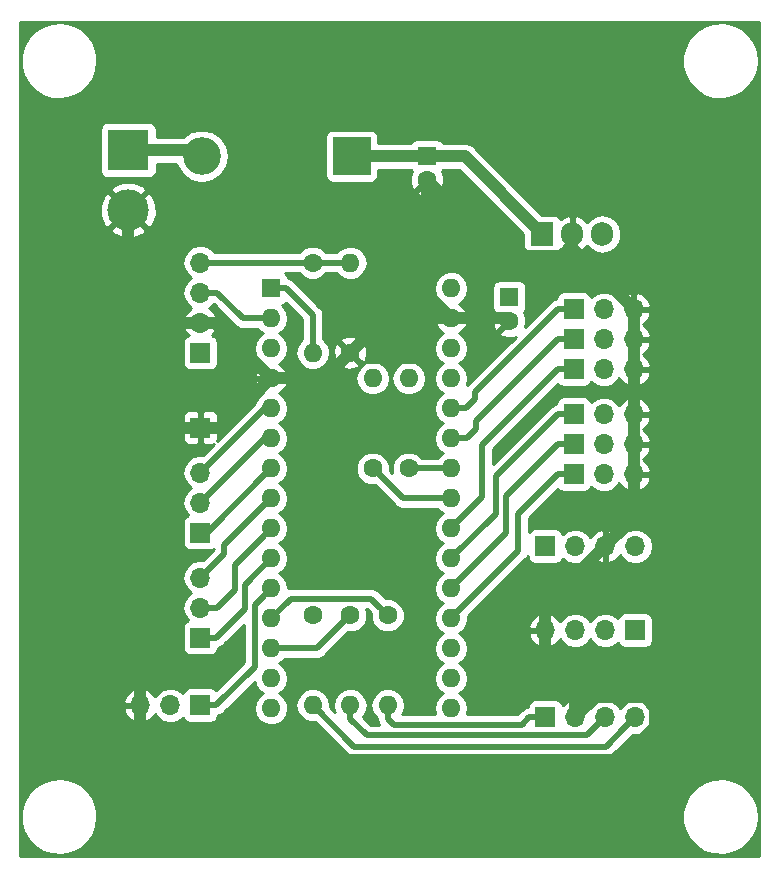
<source format=gbr>
G04 #@! TF.GenerationSoftware,KiCad,Pcbnew,5.0.2-bee76a0~70~ubuntu14.04.1*
G04 #@! TF.CreationDate,2019-05-26T21:23:03+02:00*
G04 #@! TF.ProjectId,nano_shield_c,6e616e6f-5f73-4686-9965-6c645f632e6b,rev?*
G04 #@! TF.SameCoordinates,Original*
G04 #@! TF.FileFunction,Copper,L1,Top*
G04 #@! TF.FilePolarity,Positive*
%FSLAX46Y46*%
G04 Gerber Fmt 4.6, Leading zero omitted, Abs format (unit mm)*
G04 Created by KiCad (PCBNEW 5.0.2-bee76a0~70~ubuntu14.04.1) date Ned 26 Svi 2019 21:23:03*
%MOMM*%
%LPD*%
G01*
G04 APERTURE LIST*
G04 #@! TA.AperFunction,ComponentPad*
%ADD10R,3.200000X3.200000*%
G04 #@! TD*
G04 #@! TA.AperFunction,ComponentPad*
%ADD11O,3.200000X3.200000*%
G04 #@! TD*
G04 #@! TA.AperFunction,ComponentPad*
%ADD12C,1.600000*%
G04 #@! TD*
G04 #@! TA.AperFunction,ComponentPad*
%ADD13O,1.600000X1.600000*%
G04 #@! TD*
G04 #@! TA.AperFunction,ComponentPad*
%ADD14R,1.700000X1.700000*%
G04 #@! TD*
G04 #@! TA.AperFunction,ComponentPad*
%ADD15O,1.700000X1.700000*%
G04 #@! TD*
G04 #@! TA.AperFunction,ComponentPad*
%ADD16R,1.600000X1.600000*%
G04 #@! TD*
G04 #@! TA.AperFunction,ComponentPad*
%ADD17R,1.905000X2.000000*%
G04 #@! TD*
G04 #@! TA.AperFunction,ComponentPad*
%ADD18O,1.905000X2.000000*%
G04 #@! TD*
G04 #@! TA.AperFunction,ComponentPad*
%ADD19R,3.500120X3.500120*%
G04 #@! TD*
G04 #@! TA.AperFunction,ComponentPad*
%ADD20C,3.500120*%
G04 #@! TD*
G04 #@! TA.AperFunction,Conductor*
%ADD21C,0.500000*%
G04 #@! TD*
G04 #@! TA.AperFunction,Conductor*
%ADD22C,1.000000*%
G04 #@! TD*
G04 #@! TA.AperFunction,Conductor*
%ADD23C,0.254000*%
G04 #@! TD*
G04 APERTURE END LIST*
D10*
G04 #@! TO.P,D2,1*
G04 #@! TO.N,Net-(C1-Pad1)*
X137795000Y-68072000D03*
D11*
G04 #@! TO.P,D2,2*
G04 #@! TO.N,VIN*
X125095000Y-68072000D03*
G04 #@! TD*
D12*
G04 #@! TO.P,R4,1*
G04 #@! TO.N,Net-(J10-Pad4)*
X134493000Y-77089000D03*
D13*
G04 #@! TO.P,R4,2*
G04 #@! TO.N,D1*
X134493000Y-84709000D03*
G04 #@! TD*
G04 #@! TO.P,R6,2*
G04 #@! TO.N,+5V*
X139573000Y-86893400D03*
D12*
G04 #@! TO.P,R6,1*
G04 #@! TO.N,SDA*
X139573000Y-94513400D03*
G04 #@! TD*
G04 #@! TO.P,R7,1*
G04 #@! TO.N,SCL*
X142621000Y-94513400D03*
D13*
G04 #@! TO.P,R7,2*
G04 #@! TO.N,+5V*
X142621000Y-86893400D03*
G04 #@! TD*
D14*
G04 #@! TO.P,J14,1*
G04 #@! TO.N,SDA*
X154178000Y-101092000D03*
D15*
G04 #@! TO.P,J14,2*
G04 #@! TO.N,SCL*
X156718000Y-101092000D03*
G04 #@! TO.P,J14,3*
G04 #@! TO.N,GND*
X159258000Y-101092000D03*
G04 #@! TO.P,J14,4*
G04 #@! TO.N,+5V*
X161798000Y-101092000D03*
G04 #@! TD*
D14*
G04 #@! TO.P,D1,1*
G04 #@! TO.N,Net-(D1-Pad1)*
X154178000Y-115570000D03*
D15*
G04 #@! TO.P,D1,2*
G04 #@! TO.N,GND*
X156718000Y-115570000D03*
G04 #@! TO.P,D1,3*
G04 #@! TO.N,Net-(D1-Pad3)*
X159258000Y-115570000D03*
G04 #@! TO.P,D1,4*
G04 #@! TO.N,Net-(D1-Pad4)*
X161798000Y-115570000D03*
G04 #@! TD*
D16*
G04 #@! TO.P,A1,1*
G04 #@! TO.N,D1*
X130968001Y-79269001D03*
D13*
G04 #@! TO.P,A1,17*
G04 #@! TO.N,Net-(A1-Pad17)*
X146208001Y-112289001D03*
G04 #@! TO.P,A1,2*
G04 #@! TO.N,D0*
X130968001Y-81809001D03*
G04 #@! TO.P,A1,18*
G04 #@! TO.N,Net-(A1-Pad18)*
X146208001Y-109749001D03*
G04 #@! TO.P,A1,3*
G04 #@! TO.N,Net-(A1-Pad3)*
X130968001Y-84349001D03*
G04 #@! TO.P,A1,19*
G04 #@! TO.N,A0*
X146208001Y-107209001D03*
G04 #@! TO.P,A1,4*
G04 #@! TO.N,GND*
X130968001Y-86889001D03*
G04 #@! TO.P,A1,20*
G04 #@! TO.N,A1*
X146208001Y-104669001D03*
G04 #@! TO.P,A1,5*
G04 #@! TO.N,D2*
X130968001Y-89429001D03*
G04 #@! TO.P,A1,21*
G04 #@! TO.N,A2*
X146208001Y-102129001D03*
G04 #@! TO.P,A1,6*
G04 #@! TO.N,D3*
X130968001Y-91969001D03*
G04 #@! TO.P,A1,22*
G04 #@! TO.N,A3*
X146208001Y-99589001D03*
G04 #@! TO.P,A1,7*
G04 #@! TO.N,D4*
X130968001Y-94509001D03*
G04 #@! TO.P,A1,23*
G04 #@! TO.N,SDA*
X146208001Y-97049001D03*
G04 #@! TO.P,A1,8*
G04 #@! TO.N,D5*
X130968001Y-97049001D03*
G04 #@! TO.P,A1,24*
G04 #@! TO.N,SCL*
X146208001Y-94509001D03*
G04 #@! TO.P,A1,9*
G04 #@! TO.N,D6*
X130968001Y-99589001D03*
G04 #@! TO.P,A1,25*
G04 #@! TO.N,A6*
X146208001Y-91969001D03*
G04 #@! TO.P,A1,10*
G04 #@! TO.N,D7*
X130968001Y-102129001D03*
G04 #@! TO.P,A1,26*
G04 #@! TO.N,A7*
X146208001Y-89429001D03*
G04 #@! TO.P,A1,11*
G04 #@! TO.N,D8*
X130968001Y-104669001D03*
G04 #@! TO.P,A1,27*
G04 #@! TO.N,+5V*
X146208001Y-86889001D03*
G04 #@! TO.P,A1,12*
G04 #@! TO.N,Net-(A1-Pad12)*
X130968001Y-107209001D03*
G04 #@! TO.P,A1,28*
G04 #@! TO.N,Net-(A1-Pad28)*
X146208001Y-84349001D03*
G04 #@! TO.P,A1,13*
G04 #@! TO.N,Net-(A1-Pad13)*
X130968001Y-109749001D03*
G04 #@! TO.P,A1,29*
G04 #@! TO.N,GND*
X146208001Y-81809001D03*
G04 #@! TO.P,A1,14*
G04 #@! TO.N,Net-(A1-Pad14)*
X130968001Y-112289001D03*
G04 #@! TO.P,A1,30*
G04 #@! TO.N,Net-(A1-Pad30)*
X146208001Y-79269001D03*
G04 #@! TO.P,A1,15*
G04 #@! TO.N,D12*
X130968001Y-114829001D03*
G04 #@! TO.P,A1,16*
G04 #@! TO.N,D13*
X146208001Y-114829001D03*
G04 #@! TD*
D12*
G04 #@! TO.P,C1,2*
G04 #@! TO.N,GND*
X144145000Y-70072000D03*
D16*
G04 #@! TO.P,C1,1*
G04 #@! TO.N,Net-(C1-Pad1)*
X144145000Y-68072000D03*
G04 #@! TD*
G04 #@! TO.P,C2,1*
G04 #@! TO.N,+5V*
X151130000Y-80010000D03*
D12*
G04 #@! TO.P,C2,2*
G04 #@! TO.N,GND*
X151130000Y-82010000D03*
G04 #@! TD*
D14*
G04 #@! TO.P,J12,1*
G04 #@! TO.N,+5V*
X161798000Y-108204000D03*
D15*
G04 #@! TO.P,J12,2*
G04 #@! TO.N,D12*
X159258000Y-108204000D03*
G04 #@! TO.P,J12,3*
G04 #@! TO.N,D13*
X156718000Y-108204000D03*
G04 #@! TO.P,J12,4*
G04 #@! TO.N,GND*
X154178000Y-108204000D03*
G04 #@! TD*
D17*
G04 #@! TO.P,U1,1*
G04 #@! TO.N,Net-(C1-Pad1)*
X153924000Y-74676000D03*
D18*
G04 #@! TO.P,U1,2*
G04 #@! TO.N,GND*
X156464000Y-74676000D03*
G04 #@! TO.P,U1,3*
G04 #@! TO.N,+5V*
X159004000Y-74676000D03*
G04 #@! TD*
D14*
G04 #@! TO.P,J13,1*
G04 #@! TO.N,A0*
X156591000Y-94996000D03*
D15*
G04 #@! TO.P,J13,2*
G04 #@! TO.N,+5V*
X159131000Y-94996000D03*
G04 #@! TO.P,J13,3*
G04 #@! TO.N,GND*
X161671000Y-94996000D03*
G04 #@! TD*
D14*
G04 #@! TO.P,J7,1*
G04 #@! TO.N,GND*
X124968000Y-91059000D03*
G04 #@! TD*
D15*
G04 #@! TO.P,J11,3*
G04 #@! TO.N,GND*
X119888000Y-114554000D03*
G04 #@! TO.P,J11,2*
G04 #@! TO.N,+5V*
X122428000Y-114554000D03*
D14*
G04 #@! TO.P,J11,1*
G04 #@! TO.N,D8*
X124968000Y-114554000D03*
G04 #@! TD*
G04 #@! TO.P,J9,1*
G04 #@! TO.N,D7*
X124968000Y-108839000D03*
D15*
G04 #@! TO.P,J9,2*
G04 #@! TO.N,D6*
X124968000Y-106299000D03*
G04 #@! TO.P,J9,3*
G04 #@! TO.N,D5*
X124968000Y-103759000D03*
G04 #@! TD*
D14*
G04 #@! TO.P,J10,1*
G04 #@! TO.N,+5V*
X124968000Y-84709000D03*
D15*
G04 #@! TO.P,J10,2*
G04 #@! TO.N,GND*
X124968000Y-82169000D03*
G04 #@! TO.P,J10,3*
G04 #@! TO.N,D0*
X124968000Y-79629000D03*
G04 #@! TO.P,J10,4*
G04 #@! TO.N,Net-(J10-Pad4)*
X124968000Y-77089000D03*
G04 #@! TD*
D14*
G04 #@! TO.P,J8,1*
G04 #@! TO.N,D4*
X124968000Y-99949000D03*
D15*
G04 #@! TO.P,J8,2*
G04 #@! TO.N,D3*
X124968000Y-97409000D03*
G04 #@! TO.P,J8,3*
G04 #@! TO.N,D2*
X124968000Y-94869000D03*
G04 #@! TD*
D14*
G04 #@! TO.P,J2,1*
G04 #@! TO.N,A1*
X156591000Y-92456000D03*
D15*
G04 #@! TO.P,J2,2*
G04 #@! TO.N,+5V*
X159131000Y-92456000D03*
G04 #@! TO.P,J2,3*
G04 #@! TO.N,GND*
X161671000Y-92456000D03*
G04 #@! TD*
G04 #@! TO.P,J3,3*
G04 #@! TO.N,GND*
X161671000Y-89916000D03*
G04 #@! TO.P,J3,2*
G04 #@! TO.N,+5V*
X159131000Y-89916000D03*
D14*
G04 #@! TO.P,J3,1*
G04 #@! TO.N,A2*
X156591000Y-89916000D03*
G04 #@! TD*
G04 #@! TO.P,J4,1*
G04 #@! TO.N,A3*
X156591000Y-86106000D03*
D15*
G04 #@! TO.P,J4,2*
G04 #@! TO.N,+5V*
X159131000Y-86106000D03*
G04 #@! TO.P,J4,3*
G04 #@! TO.N,GND*
X161671000Y-86106000D03*
G04 #@! TD*
G04 #@! TO.P,J5,3*
G04 #@! TO.N,GND*
X161671000Y-83566000D03*
G04 #@! TO.P,J5,2*
G04 #@! TO.N,+5V*
X159131000Y-83566000D03*
D14*
G04 #@! TO.P,J5,1*
G04 #@! TO.N,A6*
X156591000Y-83566000D03*
G04 #@! TD*
G04 #@! TO.P,J6,1*
G04 #@! TO.N,A7*
X156591000Y-81026000D03*
D15*
G04 #@! TO.P,J6,2*
G04 #@! TO.N,+5V*
X159131000Y-81026000D03*
G04 #@! TO.P,J6,3*
G04 #@! TO.N,GND*
X161671000Y-81026000D03*
G04 #@! TD*
D19*
G04 #@! TO.P,J1,1*
G04 #@! TO.N,VIN*
X118872000Y-67564000D03*
D20*
G04 #@! TO.P,J1,2*
G04 #@! TO.N,GND*
X118872000Y-72644000D03*
G04 #@! TD*
D12*
G04 #@! TO.P,R5,1*
G04 #@! TO.N,GND*
X137668000Y-84709000D03*
D13*
G04 #@! TO.P,R5,2*
G04 #@! TO.N,Net-(J10-Pad4)*
X137668000Y-77089000D03*
G04 #@! TD*
G04 #@! TO.P,R1,2*
G04 #@! TO.N,Net-(D1-Pad1)*
X140843000Y-114554000D03*
D12*
G04 #@! TO.P,R1,1*
G04 #@! TO.N,Net-(A1-Pad12)*
X140843000Y-106934000D03*
G04 #@! TD*
G04 #@! TO.P,R2,1*
G04 #@! TO.N,Net-(A1-Pad13)*
X137668000Y-106934000D03*
D13*
G04 #@! TO.P,R2,2*
G04 #@! TO.N,Net-(D1-Pad3)*
X137668000Y-114554000D03*
G04 #@! TD*
G04 #@! TO.P,R3,2*
G04 #@! TO.N,Net-(D1-Pad4)*
X134493000Y-114554000D03*
D12*
G04 #@! TO.P,R3,1*
G04 #@! TO.N,Net-(A1-Pad14)*
X134493000Y-106934000D03*
G04 #@! TD*
D21*
G04 #@! TO.N,Net-(J10-Pad4)*
X137668000Y-77089000D02*
X124968000Y-77089000D01*
G04 #@! TO.N,D1*
X134493000Y-83577630D02*
X134493000Y-84709000D01*
X134493000Y-81494000D02*
X134493000Y-83577630D01*
X132268001Y-79269001D02*
X134493000Y-81494000D01*
X130968001Y-79269001D02*
X132268001Y-79269001D01*
G04 #@! TO.N,Net-(D1-Pad4)*
X160948001Y-116419999D02*
X161798000Y-115570000D01*
X159288978Y-118079022D02*
X160948001Y-116419999D01*
X138018022Y-118079022D02*
X159288978Y-118079022D01*
X134493000Y-114554000D02*
X138018022Y-118079022D01*
G04 #@! TO.N,Net-(A1-Pad13)*
X134852999Y-109749001D02*
X137668000Y-106934000D01*
X130968001Y-109749001D02*
X134852999Y-109749001D01*
G04 #@! TO.N,Net-(D1-Pad3)*
X158408001Y-116419999D02*
X159258000Y-115570000D01*
X157748988Y-117079012D02*
X158408001Y-116419999D01*
X139061642Y-117079012D02*
X157748988Y-117079012D01*
X137668000Y-115685370D02*
X139061642Y-117079012D01*
X137668000Y-114554000D02*
X137668000Y-115685370D01*
G04 #@! TO.N,Net-(D1-Pad1)*
X141386632Y-116229002D02*
X151152998Y-116229002D01*
X152828000Y-115570000D02*
X154178000Y-115570000D01*
X152168998Y-116229002D02*
X152828000Y-115570000D01*
X141386632Y-116229002D02*
X152168998Y-116229002D01*
X140843000Y-115685370D02*
X141386632Y-116229002D01*
X140843000Y-114554000D02*
X140843000Y-115685370D01*
G04 #@! TO.N,Net-(A1-Pad12)*
X140043001Y-106134001D02*
X140843000Y-106934000D01*
X139442999Y-105533999D02*
X140043001Y-106134001D01*
X132643003Y-105533999D02*
X139442999Y-105533999D01*
X130968001Y-107209001D02*
X132643003Y-105533999D01*
D22*
G04 #@! TO.N,GND*
X140567999Y-81809001D02*
X137668000Y-84709000D01*
X146208001Y-81809001D02*
X140567999Y-81809001D01*
X135487999Y-86889001D02*
X130968001Y-86889001D01*
X137668000Y-84709000D02*
X135487999Y-86889001D01*
X126798002Y-91059000D02*
X130968001Y-86889001D01*
X124968000Y-91059000D02*
X126798002Y-91059000D01*
X126248000Y-82169000D02*
X124968000Y-82169000D01*
X130968001Y-86889001D02*
X126248000Y-82169000D01*
X119888000Y-94289000D02*
X123118000Y-91059000D01*
X119888000Y-114554000D02*
X119888000Y-94289000D01*
X123118000Y-91059000D02*
X120396000Y-88337000D01*
X124968000Y-91059000D02*
X123118000Y-91059000D01*
X120523000Y-82169000D02*
X120396000Y-82296000D01*
X124968000Y-82169000D02*
X120523000Y-82169000D01*
X120396000Y-88337000D02*
X120396000Y-82296000D01*
X158418001Y-113869999D02*
X157567999Y-114720001D01*
X157567999Y-114720001D02*
X156718000Y-115570000D01*
X162614001Y-113869999D02*
X158418001Y-113869999D01*
X163498001Y-114753999D02*
X162614001Y-113869999D01*
X163498001Y-116386001D02*
X163498001Y-114753999D01*
X160704970Y-119179032D02*
X163498001Y-116386001D01*
X122675951Y-119179032D02*
X160704970Y-119179032D01*
X119888000Y-116391081D02*
X122675951Y-119179032D01*
X119888000Y-114554000D02*
X119888000Y-116391081D01*
X156718000Y-115570000D02*
X156718000Y-113030000D01*
X154178000Y-110490000D02*
X154178000Y-108204000D01*
X156718000Y-113030000D02*
X154178000Y-110490000D01*
X154178000Y-108204000D02*
X154178000Y-106172000D01*
X154178000Y-106172000D02*
X159258000Y-101092000D01*
X161671000Y-98679000D02*
X161671000Y-94996000D01*
X159258000Y-101092000D02*
X161671000Y-98679000D01*
X161671000Y-94996000D02*
X161671000Y-81026000D01*
X156464000Y-75819000D02*
X156464000Y-74676000D01*
X161671000Y-81026000D02*
X156464000Y-75819000D01*
X120396000Y-76642958D02*
X120396000Y-82296000D01*
X118872000Y-75118958D02*
X120396000Y-76642958D01*
X118872000Y-72644000D02*
X118872000Y-75118958D01*
X137668000Y-84709000D02*
X139573000Y-82804000D01*
X150929001Y-81809001D02*
X151130000Y-82010000D01*
X146208001Y-81809001D02*
X150929001Y-81809001D01*
X144145000Y-79746000D02*
X146208001Y-81809001D01*
X144145000Y-70072000D02*
X144145000Y-79746000D01*
X144944999Y-70871999D02*
X144145000Y-70072000D01*
X150599001Y-76526001D02*
X144944999Y-70871999D01*
X155556501Y-76526001D02*
X150599001Y-76526001D01*
X156464000Y-75618502D02*
X155556501Y-76526001D01*
X156464000Y-74676000D02*
X156464000Y-75618502D01*
D21*
G04 #@! TO.N,D0*
X130968001Y-81809001D02*
X128545001Y-81809001D01*
X126365000Y-79629000D02*
X124968000Y-79629000D01*
X128545001Y-81809001D02*
X126365000Y-79629000D01*
G04 #@! TO.N,A0*
X155241000Y-94996000D02*
X151892000Y-98345000D01*
X156591000Y-94996000D02*
X155241000Y-94996000D01*
X151892000Y-101525002D02*
X146208001Y-107209001D01*
X151892000Y-98345000D02*
X151892000Y-101525002D01*
G04 #@! TO.N,A1*
X155241000Y-92456000D02*
X150876000Y-96821000D01*
X156591000Y-92456000D02*
X155241000Y-92456000D01*
X150876000Y-100001002D02*
X146208001Y-104669001D01*
X150876000Y-96821000D02*
X150876000Y-100001002D01*
G04 #@! TO.N,D2*
X130407999Y-89429001D02*
X130968001Y-89429001D01*
X124968000Y-94869000D02*
X130407999Y-89429001D01*
G04 #@! TO.N,A2*
X155241000Y-89916000D02*
X149987000Y-95170000D01*
X156591000Y-89916000D02*
X155241000Y-89916000D01*
X149987000Y-98350002D02*
X146208001Y-102129001D01*
X149987000Y-95170000D02*
X149987000Y-98350002D01*
G04 #@! TO.N,D3*
X130407999Y-91969001D02*
X130968001Y-91969001D01*
X124968000Y-97409000D02*
X130407999Y-91969001D01*
G04 #@! TO.N,A3*
X155241000Y-86106000D02*
X148844000Y-92503000D01*
X156591000Y-86106000D02*
X155241000Y-86106000D01*
X148844000Y-96953002D02*
X146208001Y-99589001D01*
X148844000Y-92503000D02*
X148844000Y-96953002D01*
G04 #@! TO.N,D4*
X125528002Y-99949000D02*
X130968001Y-94509001D01*
X124968000Y-99949000D02*
X125528002Y-99949000D01*
G04 #@! TO.N,D5*
X130968001Y-97049001D02*
X127000000Y-101017002D01*
X127000000Y-101727000D02*
X124968000Y-103759000D01*
X127000000Y-101017002D02*
X127000000Y-101727000D01*
G04 #@! TO.N,D6*
X130168002Y-100389000D02*
X130968001Y-99589001D01*
X127867980Y-102689022D02*
X130168002Y-100389000D01*
X124968000Y-106299000D02*
X126343980Y-106299000D01*
X126343980Y-106299000D02*
X127867980Y-104775000D01*
X127867980Y-104775000D02*
X127867980Y-102689022D01*
G04 #@! TO.N,A6*
X146208001Y-91969001D02*
X147552999Y-91969001D01*
X148336000Y-90471000D02*
X148336000Y-91186000D01*
X155241000Y-83566000D02*
X148336000Y-90471000D01*
X156591000Y-83566000D02*
X155241000Y-83566000D01*
X147552999Y-91969001D02*
X148336000Y-91186000D01*
G04 #@! TO.N,D7*
X126318000Y-108839000D02*
X124968000Y-108839000D01*
X128717990Y-106439010D02*
X126318000Y-108839000D01*
X128717990Y-104379012D02*
X128717990Y-106439010D01*
X130968001Y-102129001D02*
X128717990Y-104379012D01*
G04 #@! TO.N,A7*
X146208001Y-89429001D02*
X147425999Y-89429001D01*
X148209000Y-88058000D02*
X148209000Y-88646000D01*
X155241000Y-81026000D02*
X148209000Y-88058000D01*
X156591000Y-81026000D02*
X155241000Y-81026000D01*
X147425999Y-89429001D02*
X148209000Y-88646000D01*
G04 #@! TO.N,D8*
X130168002Y-105469000D02*
X130968001Y-104669001D01*
X129568000Y-111304000D02*
X129568000Y-106069002D01*
X126318000Y-114554000D02*
X129568000Y-111304000D01*
X129568000Y-106069002D02*
X130168002Y-105469000D01*
X124968000Y-114554000D02*
X126318000Y-114554000D01*
D22*
G04 #@! TO.N,+5V*
X146203602Y-86893400D02*
X146208001Y-86889001D01*
G04 #@! TO.N,VIN*
X124587000Y-67564000D02*
X125095000Y-68072000D01*
X118872000Y-67564000D02*
X124587000Y-67564000D01*
D21*
G04 #@! TO.N,SDA*
X142108601Y-97049001D02*
X139573000Y-94513400D01*
X146208001Y-97049001D02*
X142108601Y-97049001D01*
G04 #@! TO.N,SCL*
X142625399Y-94509001D02*
X142621000Y-94513400D01*
X146208001Y-94509001D02*
X142625399Y-94509001D01*
D22*
G04 #@! TO.N,Net-(C1-Pad1)*
X153924000Y-74628500D02*
X153924000Y-74676000D01*
X147367500Y-68072000D02*
X153924000Y-74628500D01*
X144145000Y-68072000D02*
X147367500Y-68072000D01*
X137795000Y-68072000D02*
X144145000Y-68072000D01*
G04 #@! TD*
D23*
G04 #@! TO.N,GND*
G36*
X172290000Y-127290000D02*
X109710000Y-127290000D01*
X109710000Y-123592040D01*
X109770667Y-123592040D01*
X109770667Y-124407960D01*
X109973578Y-125198245D01*
X110366650Y-125913241D01*
X110925185Y-126508021D01*
X111614088Y-126945212D01*
X112390074Y-127197345D01*
X113204383Y-127248577D01*
X114005850Y-127095689D01*
X114744116Y-126748287D01*
X115372793Y-126228201D01*
X115852378Y-125568108D01*
X116152738Y-124809486D01*
X116255000Y-124000000D01*
X116203463Y-123592040D01*
X165770667Y-123592040D01*
X165770667Y-124407960D01*
X165973578Y-125198245D01*
X166366650Y-125913241D01*
X166925185Y-126508021D01*
X167614088Y-126945212D01*
X168390074Y-127197345D01*
X169204383Y-127248577D01*
X170005850Y-127095689D01*
X170744116Y-126748287D01*
X171372793Y-126228201D01*
X171852378Y-125568108D01*
X172152738Y-124809486D01*
X172255000Y-124000000D01*
X172152738Y-123190514D01*
X171852378Y-122431892D01*
X171372793Y-121771799D01*
X170744116Y-121251713D01*
X170005850Y-120904311D01*
X169204383Y-120751423D01*
X168390074Y-120802655D01*
X167614088Y-121054788D01*
X166925185Y-121491979D01*
X166366650Y-122086759D01*
X165973578Y-122801755D01*
X165770667Y-123592040D01*
X116203463Y-123592040D01*
X116152738Y-123190514D01*
X115852378Y-122431892D01*
X115372793Y-121771799D01*
X114744116Y-121251713D01*
X114005850Y-120904311D01*
X113204383Y-120751423D01*
X112390074Y-120802655D01*
X111614088Y-121054788D01*
X110925185Y-121491979D01*
X110366650Y-122086759D01*
X109973578Y-122801755D01*
X109770667Y-123592040D01*
X109710000Y-123592040D01*
X109710000Y-114910892D01*
X118446514Y-114910892D01*
X118692817Y-115435358D01*
X119121076Y-115825645D01*
X119531110Y-115995476D01*
X119761000Y-115874155D01*
X119761000Y-114681000D01*
X118567181Y-114681000D01*
X118446514Y-114910892D01*
X109710000Y-114910892D01*
X109710000Y-114197108D01*
X118446514Y-114197108D01*
X118567181Y-114427000D01*
X119761000Y-114427000D01*
X119761000Y-113233845D01*
X120015000Y-113233845D01*
X120015000Y-114427000D01*
X120035000Y-114427000D01*
X120035000Y-114681000D01*
X120015000Y-114681000D01*
X120015000Y-115874155D01*
X120244890Y-115995476D01*
X120654924Y-115825645D01*
X121083183Y-115435358D01*
X121144157Y-115305522D01*
X121357375Y-115624625D01*
X121848582Y-115952839D01*
X122281744Y-116039000D01*
X122574256Y-116039000D01*
X123007418Y-115952839D01*
X123498625Y-115624625D01*
X123510816Y-115606381D01*
X123519843Y-115651765D01*
X123660191Y-115861809D01*
X123870235Y-116002157D01*
X124118000Y-116051440D01*
X125818000Y-116051440D01*
X126065765Y-116002157D01*
X126275809Y-115861809D01*
X126416157Y-115651765D01*
X126460674Y-115427959D01*
X126663310Y-115387652D01*
X126956049Y-115192049D01*
X127005425Y-115118153D01*
X129559587Y-112563992D01*
X129616261Y-112848910D01*
X129933424Y-113323578D01*
X130285759Y-113559001D01*
X129933424Y-113794424D01*
X129616261Y-114269092D01*
X129504888Y-114829001D01*
X129616261Y-115388910D01*
X129933424Y-115863578D01*
X130408092Y-116180741D01*
X130826668Y-116264001D01*
X131109334Y-116264001D01*
X131527910Y-116180741D01*
X132002578Y-115863578D01*
X132319741Y-115388910D01*
X132431114Y-114829001D01*
X132376413Y-114554000D01*
X133029887Y-114554000D01*
X133141260Y-115113909D01*
X133458423Y-115588577D01*
X133933091Y-115905740D01*
X134351667Y-115989000D01*
X134634333Y-115989000D01*
X134669439Y-115982017D01*
X137330599Y-118643178D01*
X137379973Y-118717071D01*
X137453866Y-118766445D01*
X137453867Y-118766446D01*
X137672712Y-118912674D01*
X137930857Y-118964022D01*
X137930861Y-118964022D01*
X138018022Y-118981359D01*
X138105183Y-118964022D01*
X159201817Y-118964022D01*
X159288978Y-118981359D01*
X159376139Y-118964022D01*
X159376143Y-118964022D01*
X159634288Y-118912674D01*
X159927027Y-118717071D01*
X159976403Y-118643175D01*
X161579041Y-117040538D01*
X161651744Y-117055000D01*
X161944256Y-117055000D01*
X162377418Y-116968839D01*
X162868625Y-116640625D01*
X163196839Y-116149418D01*
X163312092Y-115570000D01*
X163196839Y-114990582D01*
X162868625Y-114499375D01*
X162377418Y-114171161D01*
X161944256Y-114085000D01*
X161651744Y-114085000D01*
X161218582Y-114171161D01*
X160727375Y-114499375D01*
X160528000Y-114797761D01*
X160328625Y-114499375D01*
X159837418Y-114171161D01*
X159404256Y-114085000D01*
X159111744Y-114085000D01*
X158678582Y-114171161D01*
X158187375Y-114499375D01*
X157974157Y-114818478D01*
X157913183Y-114688642D01*
X157484924Y-114298355D01*
X157074890Y-114128524D01*
X156845000Y-114249845D01*
X156845000Y-115443000D01*
X156865000Y-115443000D01*
X156865000Y-115697000D01*
X156845000Y-115697000D01*
X156845000Y-115717000D01*
X156591000Y-115717000D01*
X156591000Y-115697000D01*
X156571000Y-115697000D01*
X156571000Y-115443000D01*
X156591000Y-115443000D01*
X156591000Y-114249845D01*
X156361110Y-114128524D01*
X155951076Y-114298355D01*
X155646739Y-114575708D01*
X155626157Y-114472235D01*
X155485809Y-114262191D01*
X155275765Y-114121843D01*
X155028000Y-114072560D01*
X153328000Y-114072560D01*
X153080235Y-114121843D01*
X152870191Y-114262191D01*
X152729843Y-114472235D01*
X152685326Y-114696041D01*
X152482690Y-114736348D01*
X152263845Y-114882576D01*
X152263844Y-114882577D01*
X152189951Y-114931951D01*
X152140577Y-115005844D01*
X151802420Y-115344002D01*
X147568674Y-115344002D01*
X147671114Y-114829001D01*
X147559741Y-114269092D01*
X147242578Y-113794424D01*
X146890243Y-113559001D01*
X147242578Y-113323578D01*
X147559741Y-112848910D01*
X147671114Y-112289001D01*
X147559741Y-111729092D01*
X147242578Y-111254424D01*
X146890243Y-111019001D01*
X147242578Y-110783578D01*
X147559741Y-110308910D01*
X147671114Y-109749001D01*
X147559741Y-109189092D01*
X147242578Y-108714424D01*
X147012802Y-108560892D01*
X152736514Y-108560892D01*
X152982817Y-109085358D01*
X153411076Y-109475645D01*
X153821110Y-109645476D01*
X154051000Y-109524155D01*
X154051000Y-108331000D01*
X152857181Y-108331000D01*
X152736514Y-108560892D01*
X147012802Y-108560892D01*
X146890243Y-108479001D01*
X147242578Y-108243578D01*
X147507490Y-107847108D01*
X152736514Y-107847108D01*
X152857181Y-108077000D01*
X154051000Y-108077000D01*
X154051000Y-106883845D01*
X154305000Y-106883845D01*
X154305000Y-108077000D01*
X154325000Y-108077000D01*
X154325000Y-108331000D01*
X154305000Y-108331000D01*
X154305000Y-109524155D01*
X154534890Y-109645476D01*
X154944924Y-109475645D01*
X155373183Y-109085358D01*
X155434157Y-108955522D01*
X155647375Y-109274625D01*
X156138582Y-109602839D01*
X156571744Y-109689000D01*
X156864256Y-109689000D01*
X157297418Y-109602839D01*
X157788625Y-109274625D01*
X157988000Y-108976239D01*
X158187375Y-109274625D01*
X158678582Y-109602839D01*
X159111744Y-109689000D01*
X159404256Y-109689000D01*
X159837418Y-109602839D01*
X160328625Y-109274625D01*
X160340816Y-109256381D01*
X160349843Y-109301765D01*
X160490191Y-109511809D01*
X160700235Y-109652157D01*
X160948000Y-109701440D01*
X162648000Y-109701440D01*
X162895765Y-109652157D01*
X163105809Y-109511809D01*
X163246157Y-109301765D01*
X163295440Y-109054000D01*
X163295440Y-107354000D01*
X163246157Y-107106235D01*
X163105809Y-106896191D01*
X162895765Y-106755843D01*
X162648000Y-106706560D01*
X160948000Y-106706560D01*
X160700235Y-106755843D01*
X160490191Y-106896191D01*
X160349843Y-107106235D01*
X160340816Y-107151619D01*
X160328625Y-107133375D01*
X159837418Y-106805161D01*
X159404256Y-106719000D01*
X159111744Y-106719000D01*
X158678582Y-106805161D01*
X158187375Y-107133375D01*
X157988000Y-107431761D01*
X157788625Y-107133375D01*
X157297418Y-106805161D01*
X156864256Y-106719000D01*
X156571744Y-106719000D01*
X156138582Y-106805161D01*
X155647375Y-107133375D01*
X155434157Y-107452478D01*
X155373183Y-107322642D01*
X154944924Y-106932355D01*
X154534890Y-106762524D01*
X154305000Y-106883845D01*
X154051000Y-106883845D01*
X153821110Y-106762524D01*
X153411076Y-106932355D01*
X152982817Y-107322642D01*
X152736514Y-107847108D01*
X147507490Y-107847108D01*
X147559741Y-107768910D01*
X147671114Y-107209001D01*
X147636018Y-107032562D01*
X152456156Y-102212425D01*
X152530049Y-102163051D01*
X152680560Y-101937797D01*
X152680560Y-101942000D01*
X152729843Y-102189765D01*
X152870191Y-102399809D01*
X153080235Y-102540157D01*
X153328000Y-102589440D01*
X155028000Y-102589440D01*
X155275765Y-102540157D01*
X155485809Y-102399809D01*
X155626157Y-102189765D01*
X155635184Y-102144381D01*
X155647375Y-102162625D01*
X156138582Y-102490839D01*
X156571744Y-102577000D01*
X156864256Y-102577000D01*
X157297418Y-102490839D01*
X157788625Y-102162625D01*
X158001843Y-101843522D01*
X158062817Y-101973358D01*
X158491076Y-102363645D01*
X158901110Y-102533476D01*
X159131000Y-102412155D01*
X159131000Y-101219000D01*
X159111000Y-101219000D01*
X159111000Y-100965000D01*
X159131000Y-100965000D01*
X159131000Y-99771845D01*
X159385000Y-99771845D01*
X159385000Y-100965000D01*
X159405000Y-100965000D01*
X159405000Y-101219000D01*
X159385000Y-101219000D01*
X159385000Y-102412155D01*
X159614890Y-102533476D01*
X160024924Y-102363645D01*
X160453183Y-101973358D01*
X160514157Y-101843522D01*
X160727375Y-102162625D01*
X161218582Y-102490839D01*
X161651744Y-102577000D01*
X161944256Y-102577000D01*
X162377418Y-102490839D01*
X162868625Y-102162625D01*
X163196839Y-101671418D01*
X163312092Y-101092000D01*
X163196839Y-100512582D01*
X162868625Y-100021375D01*
X162377418Y-99693161D01*
X161944256Y-99607000D01*
X161651744Y-99607000D01*
X161218582Y-99693161D01*
X160727375Y-100021375D01*
X160514157Y-100340478D01*
X160453183Y-100210642D01*
X160024924Y-99820355D01*
X159614890Y-99650524D01*
X159385000Y-99771845D01*
X159131000Y-99771845D01*
X158901110Y-99650524D01*
X158491076Y-99820355D01*
X158062817Y-100210642D01*
X158001843Y-100340478D01*
X157788625Y-100021375D01*
X157297418Y-99693161D01*
X156864256Y-99607000D01*
X156571744Y-99607000D01*
X156138582Y-99693161D01*
X155647375Y-100021375D01*
X155635184Y-100039619D01*
X155626157Y-99994235D01*
X155485809Y-99784191D01*
X155275765Y-99643843D01*
X155028000Y-99594560D01*
X153328000Y-99594560D01*
X153080235Y-99643843D01*
X152870191Y-99784191D01*
X152777000Y-99923660D01*
X152777000Y-98711578D01*
X155243769Y-96244810D01*
X155283191Y-96303809D01*
X155493235Y-96444157D01*
X155741000Y-96493440D01*
X157441000Y-96493440D01*
X157688765Y-96444157D01*
X157898809Y-96303809D01*
X158039157Y-96093765D01*
X158048184Y-96048381D01*
X158060375Y-96066625D01*
X158551582Y-96394839D01*
X158984744Y-96481000D01*
X159277256Y-96481000D01*
X159710418Y-96394839D01*
X160201625Y-96066625D01*
X160414843Y-95747522D01*
X160475817Y-95877358D01*
X160904076Y-96267645D01*
X161314110Y-96437476D01*
X161544000Y-96316155D01*
X161544000Y-95123000D01*
X161798000Y-95123000D01*
X161798000Y-96316155D01*
X162027890Y-96437476D01*
X162437924Y-96267645D01*
X162866183Y-95877358D01*
X163112486Y-95352892D01*
X162991819Y-95123000D01*
X161798000Y-95123000D01*
X161544000Y-95123000D01*
X161524000Y-95123000D01*
X161524000Y-94869000D01*
X161544000Y-94869000D01*
X161544000Y-92583000D01*
X161798000Y-92583000D01*
X161798000Y-94869000D01*
X162991819Y-94869000D01*
X163112486Y-94639108D01*
X162866183Y-94114642D01*
X162439729Y-93726000D01*
X162866183Y-93337358D01*
X163112486Y-92812892D01*
X162991819Y-92583000D01*
X161798000Y-92583000D01*
X161544000Y-92583000D01*
X161524000Y-92583000D01*
X161524000Y-92329000D01*
X161544000Y-92329000D01*
X161544000Y-90043000D01*
X161798000Y-90043000D01*
X161798000Y-92329000D01*
X162991819Y-92329000D01*
X163112486Y-92099108D01*
X162866183Y-91574642D01*
X162439729Y-91186000D01*
X162866183Y-90797358D01*
X163112486Y-90272892D01*
X162991819Y-90043000D01*
X161798000Y-90043000D01*
X161544000Y-90043000D01*
X161524000Y-90043000D01*
X161524000Y-89789000D01*
X161544000Y-89789000D01*
X161544000Y-88595845D01*
X161798000Y-88595845D01*
X161798000Y-89789000D01*
X162991819Y-89789000D01*
X163112486Y-89559108D01*
X162866183Y-89034642D01*
X162437924Y-88644355D01*
X162027890Y-88474524D01*
X161798000Y-88595845D01*
X161544000Y-88595845D01*
X161314110Y-88474524D01*
X160904076Y-88644355D01*
X160475817Y-89034642D01*
X160414843Y-89164478D01*
X160201625Y-88845375D01*
X159710418Y-88517161D01*
X159277256Y-88431000D01*
X158984744Y-88431000D01*
X158551582Y-88517161D01*
X158060375Y-88845375D01*
X158048184Y-88863619D01*
X158039157Y-88818235D01*
X157898809Y-88608191D01*
X157688765Y-88467843D01*
X157441000Y-88418560D01*
X155741000Y-88418560D01*
X155493235Y-88467843D01*
X155283191Y-88608191D01*
X155142843Y-88818235D01*
X155098326Y-89042041D01*
X154895690Y-89082348D01*
X154732586Y-89191331D01*
X154676845Y-89228576D01*
X154676844Y-89228577D01*
X154602951Y-89277951D01*
X154553577Y-89351844D01*
X149729000Y-94176422D01*
X149729000Y-92869578D01*
X155243769Y-87354810D01*
X155283191Y-87413809D01*
X155493235Y-87554157D01*
X155741000Y-87603440D01*
X157441000Y-87603440D01*
X157688765Y-87554157D01*
X157898809Y-87413809D01*
X158039157Y-87203765D01*
X158048184Y-87158381D01*
X158060375Y-87176625D01*
X158551582Y-87504839D01*
X158984744Y-87591000D01*
X159277256Y-87591000D01*
X159710418Y-87504839D01*
X160201625Y-87176625D01*
X160414843Y-86857522D01*
X160475817Y-86987358D01*
X160904076Y-87377645D01*
X161314110Y-87547476D01*
X161544000Y-87426155D01*
X161544000Y-86233000D01*
X161798000Y-86233000D01*
X161798000Y-87426155D01*
X162027890Y-87547476D01*
X162437924Y-87377645D01*
X162866183Y-86987358D01*
X163112486Y-86462892D01*
X162991819Y-86233000D01*
X161798000Y-86233000D01*
X161544000Y-86233000D01*
X161524000Y-86233000D01*
X161524000Y-85979000D01*
X161544000Y-85979000D01*
X161544000Y-83693000D01*
X161798000Y-83693000D01*
X161798000Y-85979000D01*
X162991819Y-85979000D01*
X163112486Y-85749108D01*
X162866183Y-85224642D01*
X162439729Y-84836000D01*
X162866183Y-84447358D01*
X163112486Y-83922892D01*
X162991819Y-83693000D01*
X161798000Y-83693000D01*
X161544000Y-83693000D01*
X161524000Y-83693000D01*
X161524000Y-83439000D01*
X161544000Y-83439000D01*
X161544000Y-81153000D01*
X161798000Y-81153000D01*
X161798000Y-83439000D01*
X162991819Y-83439000D01*
X163112486Y-83209108D01*
X162866183Y-82684642D01*
X162439729Y-82296000D01*
X162866183Y-81907358D01*
X163112486Y-81382892D01*
X162991819Y-81153000D01*
X161798000Y-81153000D01*
X161544000Y-81153000D01*
X161524000Y-81153000D01*
X161524000Y-80899000D01*
X161544000Y-80899000D01*
X161544000Y-79705845D01*
X161798000Y-79705845D01*
X161798000Y-80899000D01*
X162991819Y-80899000D01*
X163112486Y-80669108D01*
X162866183Y-80144642D01*
X162437924Y-79754355D01*
X162027890Y-79584524D01*
X161798000Y-79705845D01*
X161544000Y-79705845D01*
X161314110Y-79584524D01*
X160904076Y-79754355D01*
X160475817Y-80144642D01*
X160414843Y-80274478D01*
X160201625Y-79955375D01*
X159710418Y-79627161D01*
X159277256Y-79541000D01*
X158984744Y-79541000D01*
X158551582Y-79627161D01*
X158060375Y-79955375D01*
X158048184Y-79973619D01*
X158039157Y-79928235D01*
X157898809Y-79718191D01*
X157688765Y-79577843D01*
X157441000Y-79528560D01*
X155741000Y-79528560D01*
X155493235Y-79577843D01*
X155283191Y-79718191D01*
X155142843Y-79928235D01*
X155098326Y-80152041D01*
X154895690Y-80192348D01*
X154676845Y-80338576D01*
X154676844Y-80338577D01*
X154602951Y-80387951D01*
X154553577Y-80461844D01*
X152458185Y-82557237D01*
X152576965Y-82226777D01*
X152549778Y-81656546D01*
X152388395Y-81266933D01*
X152528157Y-81057765D01*
X152577440Y-80810000D01*
X152577440Y-79210000D01*
X152528157Y-78962235D01*
X152387809Y-78752191D01*
X152177765Y-78611843D01*
X151930000Y-78562560D01*
X150330000Y-78562560D01*
X150082235Y-78611843D01*
X149872191Y-78752191D01*
X149731843Y-78962235D01*
X149682560Y-79210000D01*
X149682560Y-80810000D01*
X149731843Y-81057765D01*
X149871995Y-81267516D01*
X149683035Y-81793223D01*
X149710222Y-82363454D01*
X149876136Y-82764005D01*
X150122255Y-82838139D01*
X150950395Y-82010000D01*
X150936252Y-81995858D01*
X151115858Y-81816253D01*
X151130000Y-81830395D01*
X151144143Y-81816253D01*
X151323748Y-81995858D01*
X151309605Y-82010000D01*
X151323748Y-82024142D01*
X151144142Y-82203748D01*
X151130000Y-82189605D01*
X150301861Y-83017745D01*
X150375995Y-83263864D01*
X150913223Y-83456965D01*
X151483454Y-83429778D01*
X151657903Y-83357519D01*
X147644847Y-87370575D01*
X147570951Y-87419951D01*
X147563191Y-87431564D01*
X147671114Y-86889001D01*
X147559741Y-86329092D01*
X147242578Y-85854424D01*
X146890243Y-85619001D01*
X147242578Y-85383578D01*
X147559741Y-84908910D01*
X147671114Y-84349001D01*
X147559741Y-83789092D01*
X147242578Y-83314424D01*
X146858893Y-83058054D01*
X147063135Y-82961390D01*
X147439042Y-82546424D01*
X147599905Y-82158040D01*
X147477916Y-81936001D01*
X146335001Y-81936001D01*
X146335001Y-81956001D01*
X146081001Y-81956001D01*
X146081001Y-81936001D01*
X144938086Y-81936001D01*
X144816097Y-82158040D01*
X144976960Y-82546424D01*
X145352867Y-82961390D01*
X145557109Y-83058054D01*
X145173424Y-83314424D01*
X144856261Y-83789092D01*
X144744888Y-84349001D01*
X144856261Y-84908910D01*
X145173424Y-85383578D01*
X145525759Y-85619001D01*
X145173424Y-85854424D01*
X144856261Y-86329092D01*
X144744888Y-86889001D01*
X144856261Y-87448910D01*
X145173424Y-87923578D01*
X145525759Y-88159001D01*
X145173424Y-88394424D01*
X144856261Y-88869092D01*
X144744888Y-89429001D01*
X144856261Y-89988910D01*
X145173424Y-90463578D01*
X145525759Y-90699001D01*
X145173424Y-90934424D01*
X144856261Y-91409092D01*
X144744888Y-91969001D01*
X144856261Y-92528910D01*
X145173424Y-93003578D01*
X145525759Y-93239001D01*
X145173424Y-93474424D01*
X145073480Y-93624001D01*
X143760997Y-93624001D01*
X143433862Y-93296866D01*
X142906439Y-93078400D01*
X142335561Y-93078400D01*
X141808138Y-93296866D01*
X141404466Y-93700538D01*
X141186000Y-94227961D01*
X141186000Y-94798839D01*
X141239728Y-94928549D01*
X141008000Y-94696822D01*
X141008000Y-94227961D01*
X140789534Y-93700538D01*
X140385862Y-93296866D01*
X139858439Y-93078400D01*
X139287561Y-93078400D01*
X138760138Y-93296866D01*
X138356466Y-93700538D01*
X138138000Y-94227961D01*
X138138000Y-94798839D01*
X138356466Y-95326262D01*
X138760138Y-95729934D01*
X139287561Y-95948400D01*
X139756422Y-95948400D01*
X141421177Y-97613156D01*
X141470552Y-97687050D01*
X141544445Y-97736424D01*
X141544446Y-97736425D01*
X141610927Y-97780846D01*
X141763291Y-97882653D01*
X142021436Y-97934001D01*
X142021440Y-97934001D01*
X142108600Y-97951338D01*
X142195760Y-97934001D01*
X145073480Y-97934001D01*
X145173424Y-98083578D01*
X145525759Y-98319001D01*
X145173424Y-98554424D01*
X144856261Y-99029092D01*
X144744888Y-99589001D01*
X144856261Y-100148910D01*
X145173424Y-100623578D01*
X145525759Y-100859001D01*
X145173424Y-101094424D01*
X144856261Y-101569092D01*
X144744888Y-102129001D01*
X144856261Y-102688910D01*
X145173424Y-103163578D01*
X145525759Y-103399001D01*
X145173424Y-103634424D01*
X144856261Y-104109092D01*
X144744888Y-104669001D01*
X144856261Y-105228910D01*
X145173424Y-105703578D01*
X145525759Y-105939001D01*
X145173424Y-106174424D01*
X144856261Y-106649092D01*
X144744888Y-107209001D01*
X144856261Y-107768910D01*
X145173424Y-108243578D01*
X145525759Y-108479001D01*
X145173424Y-108714424D01*
X144856261Y-109189092D01*
X144744888Y-109749001D01*
X144856261Y-110308910D01*
X145173424Y-110783578D01*
X145525759Y-111019001D01*
X145173424Y-111254424D01*
X144856261Y-111729092D01*
X144744888Y-112289001D01*
X144856261Y-112848910D01*
X145173424Y-113323578D01*
X145525759Y-113559001D01*
X145173424Y-113794424D01*
X144856261Y-114269092D01*
X144744888Y-114829001D01*
X144847328Y-115344002D01*
X142040997Y-115344002D01*
X142194740Y-115113909D01*
X142306113Y-114554000D01*
X142194740Y-113994091D01*
X141877577Y-113519423D01*
X141402909Y-113202260D01*
X140984333Y-113119000D01*
X140701667Y-113119000D01*
X140283091Y-113202260D01*
X139808423Y-113519423D01*
X139491260Y-113994091D01*
X139379887Y-114554000D01*
X139491260Y-115113909D01*
X139808423Y-115588577D01*
X139942144Y-115677926D01*
X139940663Y-115685370D01*
X140009348Y-116030679D01*
X140118484Y-116194012D01*
X139428221Y-116194012D01*
X138750726Y-115516517D01*
X139019740Y-115113909D01*
X139131113Y-114554000D01*
X139019740Y-113994091D01*
X138702577Y-113519423D01*
X138227909Y-113202260D01*
X137809333Y-113119000D01*
X137526667Y-113119000D01*
X137108091Y-113202260D01*
X136633423Y-113519423D01*
X136316260Y-113994091D01*
X136204887Y-114554000D01*
X136316260Y-115113909D01*
X136339966Y-115149388D01*
X135921017Y-114730439D01*
X135956113Y-114554000D01*
X135844740Y-113994091D01*
X135527577Y-113519423D01*
X135052909Y-113202260D01*
X134634333Y-113119000D01*
X134351667Y-113119000D01*
X133933091Y-113202260D01*
X133458423Y-113519423D01*
X133141260Y-113994091D01*
X133029887Y-114554000D01*
X132376413Y-114554000D01*
X132319741Y-114269092D01*
X132002578Y-113794424D01*
X131650243Y-113559001D01*
X132002578Y-113323578D01*
X132319741Y-112848910D01*
X132431114Y-112289001D01*
X132319741Y-111729092D01*
X132002578Y-111254424D01*
X131650243Y-111019001D01*
X132002578Y-110783578D01*
X132102522Y-110634001D01*
X134765838Y-110634001D01*
X134852999Y-110651338D01*
X134940160Y-110634001D01*
X134940164Y-110634001D01*
X135198309Y-110582653D01*
X135491048Y-110387050D01*
X135540424Y-110313154D01*
X137484579Y-108369000D01*
X137953439Y-108369000D01*
X138480862Y-108150534D01*
X138884534Y-107746862D01*
X139103000Y-107219439D01*
X139103000Y-106648561D01*
X139007912Y-106418999D01*
X139076421Y-106418999D01*
X139408000Y-106750579D01*
X139408000Y-107219439D01*
X139626466Y-107746862D01*
X140030138Y-108150534D01*
X140557561Y-108369000D01*
X141128439Y-108369000D01*
X141655862Y-108150534D01*
X142059534Y-107746862D01*
X142278000Y-107219439D01*
X142278000Y-106648561D01*
X142059534Y-106121138D01*
X141655862Y-105717466D01*
X141128439Y-105499000D01*
X140659579Y-105499000D01*
X140130424Y-104969845D01*
X140081048Y-104895950D01*
X139788309Y-104700347D01*
X139530164Y-104648999D01*
X139530160Y-104648999D01*
X139442999Y-104631662D01*
X139355838Y-104648999D01*
X132730164Y-104648999D01*
X132643003Y-104631662D01*
X132555842Y-104648999D01*
X132555838Y-104648999D01*
X132430118Y-104674006D01*
X132431114Y-104669001D01*
X132319741Y-104109092D01*
X132002578Y-103634424D01*
X131650243Y-103399001D01*
X132002578Y-103163578D01*
X132319741Y-102688910D01*
X132431114Y-102129001D01*
X132319741Y-101569092D01*
X132002578Y-101094424D01*
X131650243Y-100859001D01*
X132002578Y-100623578D01*
X132319741Y-100148910D01*
X132431114Y-99589001D01*
X132319741Y-99029092D01*
X132002578Y-98554424D01*
X131650243Y-98319001D01*
X132002578Y-98083578D01*
X132319741Y-97608910D01*
X132431114Y-97049001D01*
X132319741Y-96489092D01*
X132002578Y-96014424D01*
X131650243Y-95779001D01*
X132002578Y-95543578D01*
X132319741Y-95068910D01*
X132431114Y-94509001D01*
X132319741Y-93949092D01*
X132002578Y-93474424D01*
X131650243Y-93239001D01*
X132002578Y-93003578D01*
X132319741Y-92528910D01*
X132431114Y-91969001D01*
X132319741Y-91409092D01*
X132002578Y-90934424D01*
X131650243Y-90699001D01*
X132002578Y-90463578D01*
X132319741Y-89988910D01*
X132431114Y-89429001D01*
X132319741Y-88869092D01*
X132002578Y-88394424D01*
X131618893Y-88138054D01*
X131823135Y-88041390D01*
X132199042Y-87626424D01*
X132359905Y-87238040D01*
X132237916Y-87016001D01*
X131095001Y-87016001D01*
X131095001Y-87036001D01*
X130841001Y-87036001D01*
X130841001Y-87016001D01*
X129698086Y-87016001D01*
X129576097Y-87238040D01*
X129736960Y-87626424D01*
X130112867Y-88041390D01*
X130317109Y-88138054D01*
X129933424Y-88394424D01*
X129616261Y-88869092D01*
X129591414Y-88994007D01*
X126384332Y-92201090D01*
X126453000Y-92035310D01*
X126453000Y-91344750D01*
X126294250Y-91186000D01*
X125095000Y-91186000D01*
X125095000Y-92385250D01*
X125253750Y-92544000D01*
X125944309Y-92544000D01*
X126110091Y-92475331D01*
X125186960Y-93398462D01*
X125114256Y-93384000D01*
X124821744Y-93384000D01*
X124388582Y-93470161D01*
X123897375Y-93798375D01*
X123569161Y-94289582D01*
X123453908Y-94869000D01*
X123569161Y-95448418D01*
X123897375Y-95939625D01*
X124195761Y-96139000D01*
X123897375Y-96338375D01*
X123569161Y-96829582D01*
X123453908Y-97409000D01*
X123569161Y-97988418D01*
X123897375Y-98479625D01*
X123915619Y-98491816D01*
X123870235Y-98500843D01*
X123660191Y-98641191D01*
X123519843Y-98851235D01*
X123470560Y-99099000D01*
X123470560Y-100799000D01*
X123519843Y-101046765D01*
X123660191Y-101256809D01*
X123870235Y-101397157D01*
X124118000Y-101446440D01*
X125818000Y-101446440D01*
X126065765Y-101397157D01*
X126103434Y-101371987D01*
X125186960Y-102288462D01*
X125114256Y-102274000D01*
X124821744Y-102274000D01*
X124388582Y-102360161D01*
X123897375Y-102688375D01*
X123569161Y-103179582D01*
X123453908Y-103759000D01*
X123569161Y-104338418D01*
X123897375Y-104829625D01*
X124195761Y-105029000D01*
X123897375Y-105228375D01*
X123569161Y-105719582D01*
X123453908Y-106299000D01*
X123569161Y-106878418D01*
X123897375Y-107369625D01*
X123915619Y-107381816D01*
X123870235Y-107390843D01*
X123660191Y-107531191D01*
X123519843Y-107741235D01*
X123470560Y-107989000D01*
X123470560Y-109689000D01*
X123519843Y-109936765D01*
X123660191Y-110146809D01*
X123870235Y-110287157D01*
X124118000Y-110336440D01*
X125818000Y-110336440D01*
X126065765Y-110287157D01*
X126275809Y-110146809D01*
X126416157Y-109936765D01*
X126460674Y-109712959D01*
X126663310Y-109672652D01*
X126956049Y-109477049D01*
X127005425Y-109403153D01*
X128683001Y-107725578D01*
X128683000Y-110937421D01*
X126315231Y-113305190D01*
X126275809Y-113246191D01*
X126065765Y-113105843D01*
X125818000Y-113056560D01*
X124118000Y-113056560D01*
X123870235Y-113105843D01*
X123660191Y-113246191D01*
X123519843Y-113456235D01*
X123510816Y-113501619D01*
X123498625Y-113483375D01*
X123007418Y-113155161D01*
X122574256Y-113069000D01*
X122281744Y-113069000D01*
X121848582Y-113155161D01*
X121357375Y-113483375D01*
X121144157Y-113802478D01*
X121083183Y-113672642D01*
X120654924Y-113282355D01*
X120244890Y-113112524D01*
X120015000Y-113233845D01*
X119761000Y-113233845D01*
X119531110Y-113112524D01*
X119121076Y-113282355D01*
X118692817Y-113672642D01*
X118446514Y-114197108D01*
X109710000Y-114197108D01*
X109710000Y-91344750D01*
X123483000Y-91344750D01*
X123483000Y-92035310D01*
X123579673Y-92268699D01*
X123758302Y-92447327D01*
X123991691Y-92544000D01*
X124682250Y-92544000D01*
X124841000Y-92385250D01*
X124841000Y-91186000D01*
X123641750Y-91186000D01*
X123483000Y-91344750D01*
X109710000Y-91344750D01*
X109710000Y-90082690D01*
X123483000Y-90082690D01*
X123483000Y-90773250D01*
X123641750Y-90932000D01*
X124841000Y-90932000D01*
X124841000Y-89732750D01*
X125095000Y-89732750D01*
X125095000Y-90932000D01*
X126294250Y-90932000D01*
X126453000Y-90773250D01*
X126453000Y-90082690D01*
X126356327Y-89849301D01*
X126177698Y-89670673D01*
X125944309Y-89574000D01*
X125253750Y-89574000D01*
X125095000Y-89732750D01*
X124841000Y-89732750D01*
X124682250Y-89574000D01*
X123991691Y-89574000D01*
X123758302Y-89670673D01*
X123579673Y-89849301D01*
X123483000Y-90082690D01*
X109710000Y-90082690D01*
X109710000Y-86893400D01*
X138109887Y-86893400D01*
X138221260Y-87453309D01*
X138538423Y-87927977D01*
X139013091Y-88245140D01*
X139431667Y-88328400D01*
X139714333Y-88328400D01*
X140132909Y-88245140D01*
X140607577Y-87927977D01*
X140924740Y-87453309D01*
X141036113Y-86893400D01*
X141157887Y-86893400D01*
X141269260Y-87453309D01*
X141586423Y-87927977D01*
X142061091Y-88245140D01*
X142479667Y-88328400D01*
X142762333Y-88328400D01*
X143180909Y-88245140D01*
X143655577Y-87927977D01*
X143972740Y-87453309D01*
X144084113Y-86893400D01*
X143972740Y-86333491D01*
X143655577Y-85858823D01*
X143180909Y-85541660D01*
X142762333Y-85458400D01*
X142479667Y-85458400D01*
X142061091Y-85541660D01*
X141586423Y-85858823D01*
X141269260Y-86333491D01*
X141157887Y-86893400D01*
X141036113Y-86893400D01*
X140924740Y-86333491D01*
X140607577Y-85858823D01*
X140132909Y-85541660D01*
X139714333Y-85458400D01*
X139431667Y-85458400D01*
X139013091Y-85541660D01*
X138538423Y-85858823D01*
X138221260Y-86333491D01*
X138109887Y-86893400D01*
X109710000Y-86893400D01*
X109710000Y-83859000D01*
X123470560Y-83859000D01*
X123470560Y-85559000D01*
X123519843Y-85806765D01*
X123660191Y-86016809D01*
X123870235Y-86157157D01*
X124118000Y-86206440D01*
X125818000Y-86206440D01*
X126065765Y-86157157D01*
X126275809Y-86016809D01*
X126416157Y-85806765D01*
X126465440Y-85559000D01*
X126465440Y-83859000D01*
X126416157Y-83611235D01*
X126275809Y-83401191D01*
X126065765Y-83260843D01*
X125962292Y-83240261D01*
X126239645Y-82935924D01*
X126409476Y-82525890D01*
X126288155Y-82296000D01*
X125095000Y-82296000D01*
X125095000Y-82316000D01*
X124841000Y-82316000D01*
X124841000Y-82296000D01*
X123647845Y-82296000D01*
X123526524Y-82525890D01*
X123696355Y-82935924D01*
X123973708Y-83240261D01*
X123870235Y-83260843D01*
X123660191Y-83401191D01*
X123519843Y-83611235D01*
X123470560Y-83859000D01*
X109710000Y-83859000D01*
X109710000Y-77089000D01*
X123453908Y-77089000D01*
X123569161Y-77668418D01*
X123897375Y-78159625D01*
X124195761Y-78359000D01*
X123897375Y-78558375D01*
X123569161Y-79049582D01*
X123453908Y-79629000D01*
X123569161Y-80208418D01*
X123897375Y-80699625D01*
X124216478Y-80912843D01*
X124086642Y-80973817D01*
X123696355Y-81402076D01*
X123526524Y-81812110D01*
X123647845Y-82042000D01*
X124841000Y-82042000D01*
X124841000Y-82022000D01*
X125095000Y-82022000D01*
X125095000Y-82042000D01*
X126288155Y-82042000D01*
X126409476Y-81812110D01*
X126239645Y-81402076D01*
X125849358Y-80973817D01*
X125719522Y-80912843D01*
X126038625Y-80699625D01*
X126096873Y-80612451D01*
X127857578Y-82373157D01*
X127906952Y-82447050D01*
X127980845Y-82496424D01*
X127980846Y-82496425D01*
X128055675Y-82546424D01*
X128199691Y-82642653D01*
X128457836Y-82694001D01*
X128457840Y-82694001D01*
X128545001Y-82711338D01*
X128632162Y-82694001D01*
X129833480Y-82694001D01*
X129933424Y-82843578D01*
X130285759Y-83079001D01*
X129933424Y-83314424D01*
X129616261Y-83789092D01*
X129504888Y-84349001D01*
X129616261Y-84908910D01*
X129933424Y-85383578D01*
X130317109Y-85639948D01*
X130112867Y-85736612D01*
X129736960Y-86151578D01*
X129576097Y-86539962D01*
X129698086Y-86762001D01*
X130841001Y-86762001D01*
X130841001Y-86742001D01*
X131095001Y-86742001D01*
X131095001Y-86762001D01*
X132237916Y-86762001D01*
X132359905Y-86539962D01*
X132199042Y-86151578D01*
X131823135Y-85736612D01*
X131618893Y-85639948D01*
X132002578Y-85383578D01*
X132319741Y-84908910D01*
X132431114Y-84349001D01*
X132319741Y-83789092D01*
X132002578Y-83314424D01*
X131650243Y-83079001D01*
X132002578Y-82843578D01*
X132319741Y-82368910D01*
X132431114Y-81809001D01*
X132319741Y-81249092D01*
X132002578Y-80774424D01*
X131881895Y-80693786D01*
X132015766Y-80667158D01*
X132225810Y-80526810D01*
X132245205Y-80497783D01*
X133608000Y-81860579D01*
X133608001Y-83490461D01*
X133608000Y-83490466D01*
X133608000Y-83574479D01*
X133458423Y-83674423D01*
X133141260Y-84149091D01*
X133029887Y-84709000D01*
X133141260Y-85268909D01*
X133458423Y-85743577D01*
X133933091Y-86060740D01*
X134351667Y-86144000D01*
X134634333Y-86144000D01*
X135052909Y-86060740D01*
X135527577Y-85743577D01*
X135545505Y-85716745D01*
X136839861Y-85716745D01*
X136913995Y-85962864D01*
X137451223Y-86155965D01*
X138021454Y-86128778D01*
X138422005Y-85962864D01*
X138496139Y-85716745D01*
X137668000Y-84888605D01*
X136839861Y-85716745D01*
X135545505Y-85716745D01*
X135844740Y-85268909D01*
X135956113Y-84709000D01*
X135912994Y-84492223D01*
X136221035Y-84492223D01*
X136248222Y-85062454D01*
X136414136Y-85463005D01*
X136660255Y-85537139D01*
X137488395Y-84709000D01*
X137847605Y-84709000D01*
X138675745Y-85537139D01*
X138921864Y-85463005D01*
X139114965Y-84925777D01*
X139087778Y-84355546D01*
X138921864Y-83954995D01*
X138675745Y-83880861D01*
X137847605Y-84709000D01*
X137488395Y-84709000D01*
X136660255Y-83880861D01*
X136414136Y-83954995D01*
X136221035Y-84492223D01*
X135912994Y-84492223D01*
X135844740Y-84149091D01*
X135545506Y-83701255D01*
X136839861Y-83701255D01*
X137668000Y-84529395D01*
X138496139Y-83701255D01*
X138422005Y-83455136D01*
X137884777Y-83262035D01*
X137314546Y-83289222D01*
X136913995Y-83455136D01*
X136839861Y-83701255D01*
X135545506Y-83701255D01*
X135527577Y-83674423D01*
X135378000Y-83574479D01*
X135378000Y-81581161D01*
X135395337Y-81494000D01*
X135378000Y-81406839D01*
X135378000Y-81406835D01*
X135326652Y-81148690D01*
X135131049Y-80855951D01*
X135057156Y-80806577D01*
X133519580Y-79269001D01*
X144744888Y-79269001D01*
X144856261Y-79828910D01*
X145173424Y-80303578D01*
X145557109Y-80559948D01*
X145352867Y-80656612D01*
X144976960Y-81071578D01*
X144816097Y-81459962D01*
X144938086Y-81682001D01*
X146081001Y-81682001D01*
X146081001Y-81662001D01*
X146335001Y-81662001D01*
X146335001Y-81682001D01*
X147477916Y-81682001D01*
X147599905Y-81459962D01*
X147439042Y-81071578D01*
X147063135Y-80656612D01*
X146858893Y-80559948D01*
X147242578Y-80303578D01*
X147559741Y-79828910D01*
X147671114Y-79269001D01*
X147559741Y-78709092D01*
X147242578Y-78234424D01*
X146767910Y-77917261D01*
X146349334Y-77834001D01*
X146066668Y-77834001D01*
X145648092Y-77917261D01*
X145173424Y-78234424D01*
X144856261Y-78709092D01*
X144744888Y-79269001D01*
X133519580Y-79269001D01*
X132955426Y-78704848D01*
X132906050Y-78630952D01*
X132613311Y-78435349D01*
X132400320Y-78392983D01*
X132366158Y-78221236D01*
X132225810Y-78011192D01*
X132170149Y-77974000D01*
X133348604Y-77974000D01*
X133680138Y-78305534D01*
X134207561Y-78524000D01*
X134778439Y-78524000D01*
X135305862Y-78305534D01*
X135637396Y-77974000D01*
X136533479Y-77974000D01*
X136633423Y-78123577D01*
X137108091Y-78440740D01*
X137526667Y-78524000D01*
X137809333Y-78524000D01*
X138227909Y-78440740D01*
X138702577Y-78123577D01*
X139019740Y-77648909D01*
X139131113Y-77089000D01*
X139019740Y-76529091D01*
X138702577Y-76054423D01*
X138227909Y-75737260D01*
X137809333Y-75654000D01*
X137526667Y-75654000D01*
X137108091Y-75737260D01*
X136633423Y-76054423D01*
X136533479Y-76204000D01*
X135637396Y-76204000D01*
X135305862Y-75872466D01*
X134778439Y-75654000D01*
X134207561Y-75654000D01*
X133680138Y-75872466D01*
X133348604Y-76204000D01*
X126162656Y-76204000D01*
X126038625Y-76018375D01*
X125547418Y-75690161D01*
X125114256Y-75604000D01*
X124821744Y-75604000D01*
X124388582Y-75690161D01*
X123897375Y-76018375D01*
X123569161Y-76509582D01*
X123453908Y-77089000D01*
X109710000Y-77089000D01*
X109710000Y-74338571D01*
X117357034Y-74338571D01*
X117547328Y-74683319D01*
X118428576Y-75035015D01*
X119377332Y-75022701D01*
X120196672Y-74683319D01*
X120386966Y-74338571D01*
X118872000Y-72823605D01*
X117357034Y-74338571D01*
X109710000Y-74338571D01*
X109710000Y-72200576D01*
X116480985Y-72200576D01*
X116493299Y-73149332D01*
X116832681Y-73968672D01*
X117177429Y-74158966D01*
X118692395Y-72644000D01*
X119051605Y-72644000D01*
X120566571Y-74158966D01*
X120911319Y-73968672D01*
X121263015Y-73087424D01*
X121250701Y-72138668D01*
X120911319Y-71319328D01*
X120566571Y-71129034D01*
X119051605Y-72644000D01*
X118692395Y-72644000D01*
X117177429Y-71129034D01*
X116832681Y-71319328D01*
X116480985Y-72200576D01*
X109710000Y-72200576D01*
X109710000Y-70949429D01*
X117357034Y-70949429D01*
X118872000Y-72464395D01*
X120256650Y-71079745D01*
X143316861Y-71079745D01*
X143390995Y-71325864D01*
X143928223Y-71518965D01*
X144498454Y-71491778D01*
X144899005Y-71325864D01*
X144973139Y-71079745D01*
X144145000Y-70251605D01*
X143316861Y-71079745D01*
X120256650Y-71079745D01*
X120386966Y-70949429D01*
X120196672Y-70604681D01*
X119315424Y-70252985D01*
X118366668Y-70265299D01*
X117547328Y-70604681D01*
X117357034Y-70949429D01*
X109710000Y-70949429D01*
X109710000Y-65813940D01*
X116474500Y-65813940D01*
X116474500Y-69314060D01*
X116523783Y-69561825D01*
X116664131Y-69771869D01*
X116874175Y-69912217D01*
X117121940Y-69961500D01*
X120622060Y-69961500D01*
X120869825Y-69912217D01*
X121079869Y-69771869D01*
X121220217Y-69561825D01*
X121269500Y-69314060D01*
X121269500Y-68699000D01*
X122940932Y-68699000D01*
X122989676Y-68944054D01*
X123483655Y-69683345D01*
X124222946Y-70177324D01*
X124874872Y-70307000D01*
X125315128Y-70307000D01*
X125967054Y-70177324D01*
X126706345Y-69683345D01*
X127200324Y-68944054D01*
X127373786Y-68072000D01*
X127200324Y-67199946D01*
X126713926Y-66472000D01*
X135547560Y-66472000D01*
X135547560Y-69672000D01*
X135596843Y-69919765D01*
X135737191Y-70129809D01*
X135947235Y-70270157D01*
X136195000Y-70319440D01*
X139395000Y-70319440D01*
X139642765Y-70270157D01*
X139852809Y-70129809D01*
X139993157Y-69919765D01*
X140042440Y-69672000D01*
X140042440Y-69207000D01*
X142805132Y-69207000D01*
X142886995Y-69329516D01*
X142698035Y-69855223D01*
X142725222Y-70425454D01*
X142891136Y-70826005D01*
X143137255Y-70900139D01*
X143965395Y-70072000D01*
X143951252Y-70057858D01*
X144130858Y-69878253D01*
X144145000Y-69892395D01*
X144159143Y-69878253D01*
X144338748Y-70057858D01*
X144324605Y-70072000D01*
X145152745Y-70900139D01*
X145398864Y-70826005D01*
X145591965Y-70288777D01*
X145564778Y-69718546D01*
X145403395Y-69328933D01*
X145484868Y-69207000D01*
X146897369Y-69207000D01*
X152324060Y-74633692D01*
X152324060Y-75676000D01*
X152373343Y-75923765D01*
X152513691Y-76133809D01*
X152723735Y-76274157D01*
X152971500Y-76323440D01*
X154876500Y-76323440D01*
X155124265Y-76274157D01*
X155334309Y-76133809D01*
X155471255Y-75928857D01*
X155597076Y-76051973D01*
X156091020Y-76266563D01*
X156337000Y-76146594D01*
X156337000Y-74803000D01*
X156317000Y-74803000D01*
X156317000Y-74549000D01*
X156337000Y-74549000D01*
X156337000Y-73205406D01*
X156591000Y-73205406D01*
X156591000Y-74549000D01*
X156611000Y-74549000D01*
X156611000Y-74803000D01*
X156591000Y-74803000D01*
X156591000Y-76146594D01*
X156836980Y-76266563D01*
X157330924Y-76051973D01*
X157724841Y-75666526D01*
X157859477Y-75868023D01*
X158384590Y-76218891D01*
X159004000Y-76342100D01*
X159623411Y-76218891D01*
X160148523Y-75868023D01*
X160499391Y-75342910D01*
X160591500Y-74879849D01*
X160591500Y-74472150D01*
X160499391Y-74009089D01*
X160148523Y-73483977D01*
X159623410Y-73133109D01*
X159004000Y-73009900D01*
X158384589Y-73133109D01*
X157859477Y-73483977D01*
X157724841Y-73685474D01*
X157330924Y-73300027D01*
X156836980Y-73085437D01*
X156591000Y-73205406D01*
X156337000Y-73205406D01*
X156091020Y-73085437D01*
X155597076Y-73300027D01*
X155471255Y-73423143D01*
X155334309Y-73218191D01*
X155124265Y-73077843D01*
X154876500Y-73028560D01*
X153929192Y-73028560D01*
X148249113Y-67348482D01*
X148185789Y-67253711D01*
X147810355Y-67002854D01*
X147479283Y-66937000D01*
X147367500Y-66914765D01*
X147255717Y-66937000D01*
X145484868Y-66937000D01*
X145402809Y-66814191D01*
X145192765Y-66673843D01*
X144945000Y-66624560D01*
X143345000Y-66624560D01*
X143097235Y-66673843D01*
X142887191Y-66814191D01*
X142805132Y-66937000D01*
X140042440Y-66937000D01*
X140042440Y-66472000D01*
X139993157Y-66224235D01*
X139852809Y-66014191D01*
X139642765Y-65873843D01*
X139395000Y-65824560D01*
X136195000Y-65824560D01*
X135947235Y-65873843D01*
X135737191Y-66014191D01*
X135596843Y-66224235D01*
X135547560Y-66472000D01*
X126713926Y-66472000D01*
X126706345Y-66460655D01*
X125967054Y-65966676D01*
X125315128Y-65837000D01*
X124874872Y-65837000D01*
X124222946Y-65966676D01*
X123531030Y-66429000D01*
X121269500Y-66429000D01*
X121269500Y-65813940D01*
X121220217Y-65566175D01*
X121079869Y-65356131D01*
X120869825Y-65215783D01*
X120622060Y-65166500D01*
X117121940Y-65166500D01*
X116874175Y-65215783D01*
X116664131Y-65356131D01*
X116523783Y-65566175D01*
X116474500Y-65813940D01*
X109710000Y-65813940D01*
X109710000Y-59592040D01*
X109770667Y-59592040D01*
X109770667Y-60407960D01*
X109973578Y-61198245D01*
X110366650Y-61913241D01*
X110925185Y-62508021D01*
X111614088Y-62945212D01*
X112390074Y-63197345D01*
X113204383Y-63248577D01*
X114005850Y-63095689D01*
X114744116Y-62748287D01*
X115372793Y-62228201D01*
X115852378Y-61568108D01*
X116152738Y-60809486D01*
X116255000Y-60000000D01*
X116203463Y-59592040D01*
X165770667Y-59592040D01*
X165770667Y-60407960D01*
X165973578Y-61198245D01*
X166366650Y-61913241D01*
X166925185Y-62508021D01*
X167614088Y-62945212D01*
X168390074Y-63197345D01*
X169204383Y-63248577D01*
X170005850Y-63095689D01*
X170744116Y-62748287D01*
X171372793Y-62228201D01*
X171852378Y-61568108D01*
X172152738Y-60809486D01*
X172255000Y-60000000D01*
X172152738Y-59190514D01*
X171852378Y-58431892D01*
X171372793Y-57771799D01*
X170744116Y-57251713D01*
X170005850Y-56904311D01*
X169204383Y-56751423D01*
X168390074Y-56802655D01*
X167614088Y-57054788D01*
X166925185Y-57491979D01*
X166366650Y-58086759D01*
X165973578Y-58801755D01*
X165770667Y-59592040D01*
X116203463Y-59592040D01*
X116152738Y-59190514D01*
X115852378Y-58431892D01*
X115372793Y-57771799D01*
X114744116Y-57251713D01*
X114005850Y-56904311D01*
X113204383Y-56751423D01*
X112390074Y-56802655D01*
X111614088Y-57054788D01*
X110925185Y-57491979D01*
X110366650Y-58086759D01*
X109973578Y-58801755D01*
X109770667Y-59592040D01*
X109710000Y-59592040D01*
X109710000Y-56710000D01*
X172290001Y-56710000D01*
X172290000Y-127290000D01*
X172290000Y-127290000D01*
G37*
X172290000Y-127290000D02*
X109710000Y-127290000D01*
X109710000Y-123592040D01*
X109770667Y-123592040D01*
X109770667Y-124407960D01*
X109973578Y-125198245D01*
X110366650Y-125913241D01*
X110925185Y-126508021D01*
X111614088Y-126945212D01*
X112390074Y-127197345D01*
X113204383Y-127248577D01*
X114005850Y-127095689D01*
X114744116Y-126748287D01*
X115372793Y-126228201D01*
X115852378Y-125568108D01*
X116152738Y-124809486D01*
X116255000Y-124000000D01*
X116203463Y-123592040D01*
X165770667Y-123592040D01*
X165770667Y-124407960D01*
X165973578Y-125198245D01*
X166366650Y-125913241D01*
X166925185Y-126508021D01*
X167614088Y-126945212D01*
X168390074Y-127197345D01*
X169204383Y-127248577D01*
X170005850Y-127095689D01*
X170744116Y-126748287D01*
X171372793Y-126228201D01*
X171852378Y-125568108D01*
X172152738Y-124809486D01*
X172255000Y-124000000D01*
X172152738Y-123190514D01*
X171852378Y-122431892D01*
X171372793Y-121771799D01*
X170744116Y-121251713D01*
X170005850Y-120904311D01*
X169204383Y-120751423D01*
X168390074Y-120802655D01*
X167614088Y-121054788D01*
X166925185Y-121491979D01*
X166366650Y-122086759D01*
X165973578Y-122801755D01*
X165770667Y-123592040D01*
X116203463Y-123592040D01*
X116152738Y-123190514D01*
X115852378Y-122431892D01*
X115372793Y-121771799D01*
X114744116Y-121251713D01*
X114005850Y-120904311D01*
X113204383Y-120751423D01*
X112390074Y-120802655D01*
X111614088Y-121054788D01*
X110925185Y-121491979D01*
X110366650Y-122086759D01*
X109973578Y-122801755D01*
X109770667Y-123592040D01*
X109710000Y-123592040D01*
X109710000Y-114910892D01*
X118446514Y-114910892D01*
X118692817Y-115435358D01*
X119121076Y-115825645D01*
X119531110Y-115995476D01*
X119761000Y-115874155D01*
X119761000Y-114681000D01*
X118567181Y-114681000D01*
X118446514Y-114910892D01*
X109710000Y-114910892D01*
X109710000Y-114197108D01*
X118446514Y-114197108D01*
X118567181Y-114427000D01*
X119761000Y-114427000D01*
X119761000Y-113233845D01*
X120015000Y-113233845D01*
X120015000Y-114427000D01*
X120035000Y-114427000D01*
X120035000Y-114681000D01*
X120015000Y-114681000D01*
X120015000Y-115874155D01*
X120244890Y-115995476D01*
X120654924Y-115825645D01*
X121083183Y-115435358D01*
X121144157Y-115305522D01*
X121357375Y-115624625D01*
X121848582Y-115952839D01*
X122281744Y-116039000D01*
X122574256Y-116039000D01*
X123007418Y-115952839D01*
X123498625Y-115624625D01*
X123510816Y-115606381D01*
X123519843Y-115651765D01*
X123660191Y-115861809D01*
X123870235Y-116002157D01*
X124118000Y-116051440D01*
X125818000Y-116051440D01*
X126065765Y-116002157D01*
X126275809Y-115861809D01*
X126416157Y-115651765D01*
X126460674Y-115427959D01*
X126663310Y-115387652D01*
X126956049Y-115192049D01*
X127005425Y-115118153D01*
X129559587Y-112563992D01*
X129616261Y-112848910D01*
X129933424Y-113323578D01*
X130285759Y-113559001D01*
X129933424Y-113794424D01*
X129616261Y-114269092D01*
X129504888Y-114829001D01*
X129616261Y-115388910D01*
X129933424Y-115863578D01*
X130408092Y-116180741D01*
X130826668Y-116264001D01*
X131109334Y-116264001D01*
X131527910Y-116180741D01*
X132002578Y-115863578D01*
X132319741Y-115388910D01*
X132431114Y-114829001D01*
X132376413Y-114554000D01*
X133029887Y-114554000D01*
X133141260Y-115113909D01*
X133458423Y-115588577D01*
X133933091Y-115905740D01*
X134351667Y-115989000D01*
X134634333Y-115989000D01*
X134669439Y-115982017D01*
X137330599Y-118643178D01*
X137379973Y-118717071D01*
X137453866Y-118766445D01*
X137453867Y-118766446D01*
X137672712Y-118912674D01*
X137930857Y-118964022D01*
X137930861Y-118964022D01*
X138018022Y-118981359D01*
X138105183Y-118964022D01*
X159201817Y-118964022D01*
X159288978Y-118981359D01*
X159376139Y-118964022D01*
X159376143Y-118964022D01*
X159634288Y-118912674D01*
X159927027Y-118717071D01*
X159976403Y-118643175D01*
X161579041Y-117040538D01*
X161651744Y-117055000D01*
X161944256Y-117055000D01*
X162377418Y-116968839D01*
X162868625Y-116640625D01*
X163196839Y-116149418D01*
X163312092Y-115570000D01*
X163196839Y-114990582D01*
X162868625Y-114499375D01*
X162377418Y-114171161D01*
X161944256Y-114085000D01*
X161651744Y-114085000D01*
X161218582Y-114171161D01*
X160727375Y-114499375D01*
X160528000Y-114797761D01*
X160328625Y-114499375D01*
X159837418Y-114171161D01*
X159404256Y-114085000D01*
X159111744Y-114085000D01*
X158678582Y-114171161D01*
X158187375Y-114499375D01*
X157974157Y-114818478D01*
X157913183Y-114688642D01*
X157484924Y-114298355D01*
X157074890Y-114128524D01*
X156845000Y-114249845D01*
X156845000Y-115443000D01*
X156865000Y-115443000D01*
X156865000Y-115697000D01*
X156845000Y-115697000D01*
X156845000Y-115717000D01*
X156591000Y-115717000D01*
X156591000Y-115697000D01*
X156571000Y-115697000D01*
X156571000Y-115443000D01*
X156591000Y-115443000D01*
X156591000Y-114249845D01*
X156361110Y-114128524D01*
X155951076Y-114298355D01*
X155646739Y-114575708D01*
X155626157Y-114472235D01*
X155485809Y-114262191D01*
X155275765Y-114121843D01*
X155028000Y-114072560D01*
X153328000Y-114072560D01*
X153080235Y-114121843D01*
X152870191Y-114262191D01*
X152729843Y-114472235D01*
X152685326Y-114696041D01*
X152482690Y-114736348D01*
X152263845Y-114882576D01*
X152263844Y-114882577D01*
X152189951Y-114931951D01*
X152140577Y-115005844D01*
X151802420Y-115344002D01*
X147568674Y-115344002D01*
X147671114Y-114829001D01*
X147559741Y-114269092D01*
X147242578Y-113794424D01*
X146890243Y-113559001D01*
X147242578Y-113323578D01*
X147559741Y-112848910D01*
X147671114Y-112289001D01*
X147559741Y-111729092D01*
X147242578Y-111254424D01*
X146890243Y-111019001D01*
X147242578Y-110783578D01*
X147559741Y-110308910D01*
X147671114Y-109749001D01*
X147559741Y-109189092D01*
X147242578Y-108714424D01*
X147012802Y-108560892D01*
X152736514Y-108560892D01*
X152982817Y-109085358D01*
X153411076Y-109475645D01*
X153821110Y-109645476D01*
X154051000Y-109524155D01*
X154051000Y-108331000D01*
X152857181Y-108331000D01*
X152736514Y-108560892D01*
X147012802Y-108560892D01*
X146890243Y-108479001D01*
X147242578Y-108243578D01*
X147507490Y-107847108D01*
X152736514Y-107847108D01*
X152857181Y-108077000D01*
X154051000Y-108077000D01*
X154051000Y-106883845D01*
X154305000Y-106883845D01*
X154305000Y-108077000D01*
X154325000Y-108077000D01*
X154325000Y-108331000D01*
X154305000Y-108331000D01*
X154305000Y-109524155D01*
X154534890Y-109645476D01*
X154944924Y-109475645D01*
X155373183Y-109085358D01*
X155434157Y-108955522D01*
X155647375Y-109274625D01*
X156138582Y-109602839D01*
X156571744Y-109689000D01*
X156864256Y-109689000D01*
X157297418Y-109602839D01*
X157788625Y-109274625D01*
X157988000Y-108976239D01*
X158187375Y-109274625D01*
X158678582Y-109602839D01*
X159111744Y-109689000D01*
X159404256Y-109689000D01*
X159837418Y-109602839D01*
X160328625Y-109274625D01*
X160340816Y-109256381D01*
X160349843Y-109301765D01*
X160490191Y-109511809D01*
X160700235Y-109652157D01*
X160948000Y-109701440D01*
X162648000Y-109701440D01*
X162895765Y-109652157D01*
X163105809Y-109511809D01*
X163246157Y-109301765D01*
X163295440Y-109054000D01*
X163295440Y-107354000D01*
X163246157Y-107106235D01*
X163105809Y-106896191D01*
X162895765Y-106755843D01*
X162648000Y-106706560D01*
X160948000Y-106706560D01*
X160700235Y-106755843D01*
X160490191Y-106896191D01*
X160349843Y-107106235D01*
X160340816Y-107151619D01*
X160328625Y-107133375D01*
X159837418Y-106805161D01*
X159404256Y-106719000D01*
X159111744Y-106719000D01*
X158678582Y-106805161D01*
X158187375Y-107133375D01*
X157988000Y-107431761D01*
X157788625Y-107133375D01*
X157297418Y-106805161D01*
X156864256Y-106719000D01*
X156571744Y-106719000D01*
X156138582Y-106805161D01*
X155647375Y-107133375D01*
X155434157Y-107452478D01*
X155373183Y-107322642D01*
X154944924Y-106932355D01*
X154534890Y-106762524D01*
X154305000Y-106883845D01*
X154051000Y-106883845D01*
X153821110Y-106762524D01*
X153411076Y-106932355D01*
X152982817Y-107322642D01*
X152736514Y-107847108D01*
X147507490Y-107847108D01*
X147559741Y-107768910D01*
X147671114Y-107209001D01*
X147636018Y-107032562D01*
X152456156Y-102212425D01*
X152530049Y-102163051D01*
X152680560Y-101937797D01*
X152680560Y-101942000D01*
X152729843Y-102189765D01*
X152870191Y-102399809D01*
X153080235Y-102540157D01*
X153328000Y-102589440D01*
X155028000Y-102589440D01*
X155275765Y-102540157D01*
X155485809Y-102399809D01*
X155626157Y-102189765D01*
X155635184Y-102144381D01*
X155647375Y-102162625D01*
X156138582Y-102490839D01*
X156571744Y-102577000D01*
X156864256Y-102577000D01*
X157297418Y-102490839D01*
X157788625Y-102162625D01*
X158001843Y-101843522D01*
X158062817Y-101973358D01*
X158491076Y-102363645D01*
X158901110Y-102533476D01*
X159131000Y-102412155D01*
X159131000Y-101219000D01*
X159111000Y-101219000D01*
X159111000Y-100965000D01*
X159131000Y-100965000D01*
X159131000Y-99771845D01*
X159385000Y-99771845D01*
X159385000Y-100965000D01*
X159405000Y-100965000D01*
X159405000Y-101219000D01*
X159385000Y-101219000D01*
X159385000Y-102412155D01*
X159614890Y-102533476D01*
X160024924Y-102363645D01*
X160453183Y-101973358D01*
X160514157Y-101843522D01*
X160727375Y-102162625D01*
X161218582Y-102490839D01*
X161651744Y-102577000D01*
X161944256Y-102577000D01*
X162377418Y-102490839D01*
X162868625Y-102162625D01*
X163196839Y-101671418D01*
X163312092Y-101092000D01*
X163196839Y-100512582D01*
X162868625Y-100021375D01*
X162377418Y-99693161D01*
X161944256Y-99607000D01*
X161651744Y-99607000D01*
X161218582Y-99693161D01*
X160727375Y-100021375D01*
X160514157Y-100340478D01*
X160453183Y-100210642D01*
X160024924Y-99820355D01*
X159614890Y-99650524D01*
X159385000Y-99771845D01*
X159131000Y-99771845D01*
X158901110Y-99650524D01*
X158491076Y-99820355D01*
X158062817Y-100210642D01*
X158001843Y-100340478D01*
X157788625Y-100021375D01*
X157297418Y-99693161D01*
X156864256Y-99607000D01*
X156571744Y-99607000D01*
X156138582Y-99693161D01*
X155647375Y-100021375D01*
X155635184Y-100039619D01*
X155626157Y-99994235D01*
X155485809Y-99784191D01*
X155275765Y-99643843D01*
X155028000Y-99594560D01*
X153328000Y-99594560D01*
X153080235Y-99643843D01*
X152870191Y-99784191D01*
X152777000Y-99923660D01*
X152777000Y-98711578D01*
X155243769Y-96244810D01*
X155283191Y-96303809D01*
X155493235Y-96444157D01*
X155741000Y-96493440D01*
X157441000Y-96493440D01*
X157688765Y-96444157D01*
X157898809Y-96303809D01*
X158039157Y-96093765D01*
X158048184Y-96048381D01*
X158060375Y-96066625D01*
X158551582Y-96394839D01*
X158984744Y-96481000D01*
X159277256Y-96481000D01*
X159710418Y-96394839D01*
X160201625Y-96066625D01*
X160414843Y-95747522D01*
X160475817Y-95877358D01*
X160904076Y-96267645D01*
X161314110Y-96437476D01*
X161544000Y-96316155D01*
X161544000Y-95123000D01*
X161798000Y-95123000D01*
X161798000Y-96316155D01*
X162027890Y-96437476D01*
X162437924Y-96267645D01*
X162866183Y-95877358D01*
X163112486Y-95352892D01*
X162991819Y-95123000D01*
X161798000Y-95123000D01*
X161544000Y-95123000D01*
X161524000Y-95123000D01*
X161524000Y-94869000D01*
X161544000Y-94869000D01*
X161544000Y-92583000D01*
X161798000Y-92583000D01*
X161798000Y-94869000D01*
X162991819Y-94869000D01*
X163112486Y-94639108D01*
X162866183Y-94114642D01*
X162439729Y-93726000D01*
X162866183Y-93337358D01*
X163112486Y-92812892D01*
X162991819Y-92583000D01*
X161798000Y-92583000D01*
X161544000Y-92583000D01*
X161524000Y-92583000D01*
X161524000Y-92329000D01*
X161544000Y-92329000D01*
X161544000Y-90043000D01*
X161798000Y-90043000D01*
X161798000Y-92329000D01*
X162991819Y-92329000D01*
X163112486Y-92099108D01*
X162866183Y-91574642D01*
X162439729Y-91186000D01*
X162866183Y-90797358D01*
X163112486Y-90272892D01*
X162991819Y-90043000D01*
X161798000Y-90043000D01*
X161544000Y-90043000D01*
X161524000Y-90043000D01*
X161524000Y-89789000D01*
X161544000Y-89789000D01*
X161544000Y-88595845D01*
X161798000Y-88595845D01*
X161798000Y-89789000D01*
X162991819Y-89789000D01*
X163112486Y-89559108D01*
X162866183Y-89034642D01*
X162437924Y-88644355D01*
X162027890Y-88474524D01*
X161798000Y-88595845D01*
X161544000Y-88595845D01*
X161314110Y-88474524D01*
X160904076Y-88644355D01*
X160475817Y-89034642D01*
X160414843Y-89164478D01*
X160201625Y-88845375D01*
X159710418Y-88517161D01*
X159277256Y-88431000D01*
X158984744Y-88431000D01*
X158551582Y-88517161D01*
X158060375Y-88845375D01*
X158048184Y-88863619D01*
X158039157Y-88818235D01*
X157898809Y-88608191D01*
X157688765Y-88467843D01*
X157441000Y-88418560D01*
X155741000Y-88418560D01*
X155493235Y-88467843D01*
X155283191Y-88608191D01*
X155142843Y-88818235D01*
X155098326Y-89042041D01*
X154895690Y-89082348D01*
X154732586Y-89191331D01*
X154676845Y-89228576D01*
X154676844Y-89228577D01*
X154602951Y-89277951D01*
X154553577Y-89351844D01*
X149729000Y-94176422D01*
X149729000Y-92869578D01*
X155243769Y-87354810D01*
X155283191Y-87413809D01*
X155493235Y-87554157D01*
X155741000Y-87603440D01*
X157441000Y-87603440D01*
X157688765Y-87554157D01*
X157898809Y-87413809D01*
X158039157Y-87203765D01*
X158048184Y-87158381D01*
X158060375Y-87176625D01*
X158551582Y-87504839D01*
X158984744Y-87591000D01*
X159277256Y-87591000D01*
X159710418Y-87504839D01*
X160201625Y-87176625D01*
X160414843Y-86857522D01*
X160475817Y-86987358D01*
X160904076Y-87377645D01*
X161314110Y-87547476D01*
X161544000Y-87426155D01*
X161544000Y-86233000D01*
X161798000Y-86233000D01*
X161798000Y-87426155D01*
X162027890Y-87547476D01*
X162437924Y-87377645D01*
X162866183Y-86987358D01*
X163112486Y-86462892D01*
X162991819Y-86233000D01*
X161798000Y-86233000D01*
X161544000Y-86233000D01*
X161524000Y-86233000D01*
X161524000Y-85979000D01*
X161544000Y-85979000D01*
X161544000Y-83693000D01*
X161798000Y-83693000D01*
X161798000Y-85979000D01*
X162991819Y-85979000D01*
X163112486Y-85749108D01*
X162866183Y-85224642D01*
X162439729Y-84836000D01*
X162866183Y-84447358D01*
X163112486Y-83922892D01*
X162991819Y-83693000D01*
X161798000Y-83693000D01*
X161544000Y-83693000D01*
X161524000Y-83693000D01*
X161524000Y-83439000D01*
X161544000Y-83439000D01*
X161544000Y-81153000D01*
X161798000Y-81153000D01*
X161798000Y-83439000D01*
X162991819Y-83439000D01*
X163112486Y-83209108D01*
X162866183Y-82684642D01*
X162439729Y-82296000D01*
X162866183Y-81907358D01*
X163112486Y-81382892D01*
X162991819Y-81153000D01*
X161798000Y-81153000D01*
X161544000Y-81153000D01*
X161524000Y-81153000D01*
X161524000Y-80899000D01*
X161544000Y-80899000D01*
X161544000Y-79705845D01*
X161798000Y-79705845D01*
X161798000Y-80899000D01*
X162991819Y-80899000D01*
X163112486Y-80669108D01*
X162866183Y-80144642D01*
X162437924Y-79754355D01*
X162027890Y-79584524D01*
X161798000Y-79705845D01*
X161544000Y-79705845D01*
X161314110Y-79584524D01*
X160904076Y-79754355D01*
X160475817Y-80144642D01*
X160414843Y-80274478D01*
X160201625Y-79955375D01*
X159710418Y-79627161D01*
X159277256Y-79541000D01*
X158984744Y-79541000D01*
X158551582Y-79627161D01*
X158060375Y-79955375D01*
X158048184Y-79973619D01*
X158039157Y-79928235D01*
X157898809Y-79718191D01*
X157688765Y-79577843D01*
X157441000Y-79528560D01*
X155741000Y-79528560D01*
X155493235Y-79577843D01*
X155283191Y-79718191D01*
X155142843Y-79928235D01*
X155098326Y-80152041D01*
X154895690Y-80192348D01*
X154676845Y-80338576D01*
X154676844Y-80338577D01*
X154602951Y-80387951D01*
X154553577Y-80461844D01*
X152458185Y-82557237D01*
X152576965Y-82226777D01*
X152549778Y-81656546D01*
X152388395Y-81266933D01*
X152528157Y-81057765D01*
X152577440Y-80810000D01*
X152577440Y-79210000D01*
X152528157Y-78962235D01*
X152387809Y-78752191D01*
X152177765Y-78611843D01*
X151930000Y-78562560D01*
X150330000Y-78562560D01*
X150082235Y-78611843D01*
X149872191Y-78752191D01*
X149731843Y-78962235D01*
X149682560Y-79210000D01*
X149682560Y-80810000D01*
X149731843Y-81057765D01*
X149871995Y-81267516D01*
X149683035Y-81793223D01*
X149710222Y-82363454D01*
X149876136Y-82764005D01*
X150122255Y-82838139D01*
X150950395Y-82010000D01*
X150936252Y-81995858D01*
X151115858Y-81816253D01*
X151130000Y-81830395D01*
X151144143Y-81816253D01*
X151323748Y-81995858D01*
X151309605Y-82010000D01*
X151323748Y-82024142D01*
X151144142Y-82203748D01*
X151130000Y-82189605D01*
X150301861Y-83017745D01*
X150375995Y-83263864D01*
X150913223Y-83456965D01*
X151483454Y-83429778D01*
X151657903Y-83357519D01*
X147644847Y-87370575D01*
X147570951Y-87419951D01*
X147563191Y-87431564D01*
X147671114Y-86889001D01*
X147559741Y-86329092D01*
X147242578Y-85854424D01*
X146890243Y-85619001D01*
X147242578Y-85383578D01*
X147559741Y-84908910D01*
X147671114Y-84349001D01*
X147559741Y-83789092D01*
X147242578Y-83314424D01*
X146858893Y-83058054D01*
X147063135Y-82961390D01*
X147439042Y-82546424D01*
X147599905Y-82158040D01*
X147477916Y-81936001D01*
X146335001Y-81936001D01*
X146335001Y-81956001D01*
X146081001Y-81956001D01*
X146081001Y-81936001D01*
X144938086Y-81936001D01*
X144816097Y-82158040D01*
X144976960Y-82546424D01*
X145352867Y-82961390D01*
X145557109Y-83058054D01*
X145173424Y-83314424D01*
X144856261Y-83789092D01*
X144744888Y-84349001D01*
X144856261Y-84908910D01*
X145173424Y-85383578D01*
X145525759Y-85619001D01*
X145173424Y-85854424D01*
X144856261Y-86329092D01*
X144744888Y-86889001D01*
X144856261Y-87448910D01*
X145173424Y-87923578D01*
X145525759Y-88159001D01*
X145173424Y-88394424D01*
X144856261Y-88869092D01*
X144744888Y-89429001D01*
X144856261Y-89988910D01*
X145173424Y-90463578D01*
X145525759Y-90699001D01*
X145173424Y-90934424D01*
X144856261Y-91409092D01*
X144744888Y-91969001D01*
X144856261Y-92528910D01*
X145173424Y-93003578D01*
X145525759Y-93239001D01*
X145173424Y-93474424D01*
X145073480Y-93624001D01*
X143760997Y-93624001D01*
X143433862Y-93296866D01*
X142906439Y-93078400D01*
X142335561Y-93078400D01*
X141808138Y-93296866D01*
X141404466Y-93700538D01*
X141186000Y-94227961D01*
X141186000Y-94798839D01*
X141239728Y-94928549D01*
X141008000Y-94696822D01*
X141008000Y-94227961D01*
X140789534Y-93700538D01*
X140385862Y-93296866D01*
X139858439Y-93078400D01*
X139287561Y-93078400D01*
X138760138Y-93296866D01*
X138356466Y-93700538D01*
X138138000Y-94227961D01*
X138138000Y-94798839D01*
X138356466Y-95326262D01*
X138760138Y-95729934D01*
X139287561Y-95948400D01*
X139756422Y-95948400D01*
X141421177Y-97613156D01*
X141470552Y-97687050D01*
X141544445Y-97736424D01*
X141544446Y-97736425D01*
X141610927Y-97780846D01*
X141763291Y-97882653D01*
X142021436Y-97934001D01*
X142021440Y-97934001D01*
X142108600Y-97951338D01*
X142195760Y-97934001D01*
X145073480Y-97934001D01*
X145173424Y-98083578D01*
X145525759Y-98319001D01*
X145173424Y-98554424D01*
X144856261Y-99029092D01*
X144744888Y-99589001D01*
X144856261Y-100148910D01*
X145173424Y-100623578D01*
X145525759Y-100859001D01*
X145173424Y-101094424D01*
X144856261Y-101569092D01*
X144744888Y-102129001D01*
X144856261Y-102688910D01*
X145173424Y-103163578D01*
X145525759Y-103399001D01*
X145173424Y-103634424D01*
X144856261Y-104109092D01*
X144744888Y-104669001D01*
X144856261Y-105228910D01*
X145173424Y-105703578D01*
X145525759Y-105939001D01*
X145173424Y-106174424D01*
X144856261Y-106649092D01*
X144744888Y-107209001D01*
X144856261Y-107768910D01*
X145173424Y-108243578D01*
X145525759Y-108479001D01*
X145173424Y-108714424D01*
X144856261Y-109189092D01*
X144744888Y-109749001D01*
X144856261Y-110308910D01*
X145173424Y-110783578D01*
X145525759Y-111019001D01*
X145173424Y-111254424D01*
X144856261Y-111729092D01*
X144744888Y-112289001D01*
X144856261Y-112848910D01*
X145173424Y-113323578D01*
X145525759Y-113559001D01*
X145173424Y-113794424D01*
X144856261Y-114269092D01*
X144744888Y-114829001D01*
X144847328Y-115344002D01*
X142040997Y-115344002D01*
X142194740Y-115113909D01*
X142306113Y-114554000D01*
X142194740Y-113994091D01*
X141877577Y-113519423D01*
X141402909Y-113202260D01*
X140984333Y-113119000D01*
X140701667Y-113119000D01*
X140283091Y-113202260D01*
X139808423Y-113519423D01*
X139491260Y-113994091D01*
X139379887Y-114554000D01*
X139491260Y-115113909D01*
X139808423Y-115588577D01*
X139942144Y-115677926D01*
X139940663Y-115685370D01*
X140009348Y-116030679D01*
X140118484Y-116194012D01*
X139428221Y-116194012D01*
X138750726Y-115516517D01*
X139019740Y-115113909D01*
X139131113Y-114554000D01*
X139019740Y-113994091D01*
X138702577Y-113519423D01*
X138227909Y-113202260D01*
X137809333Y-113119000D01*
X137526667Y-113119000D01*
X137108091Y-113202260D01*
X136633423Y-113519423D01*
X136316260Y-113994091D01*
X136204887Y-114554000D01*
X136316260Y-115113909D01*
X136339966Y-115149388D01*
X135921017Y-114730439D01*
X135956113Y-114554000D01*
X135844740Y-113994091D01*
X135527577Y-113519423D01*
X135052909Y-113202260D01*
X134634333Y-113119000D01*
X134351667Y-113119000D01*
X133933091Y-113202260D01*
X133458423Y-113519423D01*
X133141260Y-113994091D01*
X133029887Y-114554000D01*
X132376413Y-114554000D01*
X132319741Y-114269092D01*
X132002578Y-113794424D01*
X131650243Y-113559001D01*
X132002578Y-113323578D01*
X132319741Y-112848910D01*
X132431114Y-112289001D01*
X132319741Y-111729092D01*
X132002578Y-111254424D01*
X131650243Y-111019001D01*
X132002578Y-110783578D01*
X132102522Y-110634001D01*
X134765838Y-110634001D01*
X134852999Y-110651338D01*
X134940160Y-110634001D01*
X134940164Y-110634001D01*
X135198309Y-110582653D01*
X135491048Y-110387050D01*
X135540424Y-110313154D01*
X137484579Y-108369000D01*
X137953439Y-108369000D01*
X138480862Y-108150534D01*
X138884534Y-107746862D01*
X139103000Y-107219439D01*
X139103000Y-106648561D01*
X139007912Y-106418999D01*
X139076421Y-106418999D01*
X139408000Y-106750579D01*
X139408000Y-107219439D01*
X139626466Y-107746862D01*
X140030138Y-108150534D01*
X140557561Y-108369000D01*
X141128439Y-108369000D01*
X141655862Y-108150534D01*
X142059534Y-107746862D01*
X142278000Y-107219439D01*
X142278000Y-106648561D01*
X142059534Y-106121138D01*
X141655862Y-105717466D01*
X141128439Y-105499000D01*
X140659579Y-105499000D01*
X140130424Y-104969845D01*
X140081048Y-104895950D01*
X139788309Y-104700347D01*
X139530164Y-104648999D01*
X139530160Y-104648999D01*
X139442999Y-104631662D01*
X139355838Y-104648999D01*
X132730164Y-104648999D01*
X132643003Y-104631662D01*
X132555842Y-104648999D01*
X132555838Y-104648999D01*
X132430118Y-104674006D01*
X132431114Y-104669001D01*
X132319741Y-104109092D01*
X132002578Y-103634424D01*
X131650243Y-103399001D01*
X132002578Y-103163578D01*
X132319741Y-102688910D01*
X132431114Y-102129001D01*
X132319741Y-101569092D01*
X132002578Y-101094424D01*
X131650243Y-100859001D01*
X132002578Y-100623578D01*
X132319741Y-100148910D01*
X132431114Y-99589001D01*
X132319741Y-99029092D01*
X132002578Y-98554424D01*
X131650243Y-98319001D01*
X132002578Y-98083578D01*
X132319741Y-97608910D01*
X132431114Y-97049001D01*
X132319741Y-96489092D01*
X132002578Y-96014424D01*
X131650243Y-95779001D01*
X132002578Y-95543578D01*
X132319741Y-95068910D01*
X132431114Y-94509001D01*
X132319741Y-93949092D01*
X132002578Y-93474424D01*
X131650243Y-93239001D01*
X132002578Y-93003578D01*
X132319741Y-92528910D01*
X132431114Y-91969001D01*
X132319741Y-91409092D01*
X132002578Y-90934424D01*
X131650243Y-90699001D01*
X132002578Y-90463578D01*
X132319741Y-89988910D01*
X132431114Y-89429001D01*
X132319741Y-88869092D01*
X132002578Y-88394424D01*
X131618893Y-88138054D01*
X131823135Y-88041390D01*
X132199042Y-87626424D01*
X132359905Y-87238040D01*
X132237916Y-87016001D01*
X131095001Y-87016001D01*
X131095001Y-87036001D01*
X130841001Y-87036001D01*
X130841001Y-87016001D01*
X129698086Y-87016001D01*
X129576097Y-87238040D01*
X129736960Y-87626424D01*
X130112867Y-88041390D01*
X130317109Y-88138054D01*
X129933424Y-88394424D01*
X129616261Y-88869092D01*
X129591414Y-88994007D01*
X126384332Y-92201090D01*
X126453000Y-92035310D01*
X126453000Y-91344750D01*
X126294250Y-91186000D01*
X125095000Y-91186000D01*
X125095000Y-92385250D01*
X125253750Y-92544000D01*
X125944309Y-92544000D01*
X126110091Y-92475331D01*
X125186960Y-93398462D01*
X125114256Y-93384000D01*
X124821744Y-93384000D01*
X124388582Y-93470161D01*
X123897375Y-93798375D01*
X123569161Y-94289582D01*
X123453908Y-94869000D01*
X123569161Y-95448418D01*
X123897375Y-95939625D01*
X124195761Y-96139000D01*
X123897375Y-96338375D01*
X123569161Y-96829582D01*
X123453908Y-97409000D01*
X123569161Y-97988418D01*
X123897375Y-98479625D01*
X123915619Y-98491816D01*
X123870235Y-98500843D01*
X123660191Y-98641191D01*
X123519843Y-98851235D01*
X123470560Y-99099000D01*
X123470560Y-100799000D01*
X123519843Y-101046765D01*
X123660191Y-101256809D01*
X123870235Y-101397157D01*
X124118000Y-101446440D01*
X125818000Y-101446440D01*
X126065765Y-101397157D01*
X126103434Y-101371987D01*
X125186960Y-102288462D01*
X125114256Y-102274000D01*
X124821744Y-102274000D01*
X124388582Y-102360161D01*
X123897375Y-102688375D01*
X123569161Y-103179582D01*
X123453908Y-103759000D01*
X123569161Y-104338418D01*
X123897375Y-104829625D01*
X124195761Y-105029000D01*
X123897375Y-105228375D01*
X123569161Y-105719582D01*
X123453908Y-106299000D01*
X123569161Y-106878418D01*
X123897375Y-107369625D01*
X123915619Y-107381816D01*
X123870235Y-107390843D01*
X123660191Y-107531191D01*
X123519843Y-107741235D01*
X123470560Y-107989000D01*
X123470560Y-109689000D01*
X123519843Y-109936765D01*
X123660191Y-110146809D01*
X123870235Y-110287157D01*
X124118000Y-110336440D01*
X125818000Y-110336440D01*
X126065765Y-110287157D01*
X126275809Y-110146809D01*
X126416157Y-109936765D01*
X126460674Y-109712959D01*
X126663310Y-109672652D01*
X126956049Y-109477049D01*
X127005425Y-109403153D01*
X128683001Y-107725578D01*
X128683000Y-110937421D01*
X126315231Y-113305190D01*
X126275809Y-113246191D01*
X126065765Y-113105843D01*
X125818000Y-113056560D01*
X124118000Y-113056560D01*
X123870235Y-113105843D01*
X123660191Y-113246191D01*
X123519843Y-113456235D01*
X123510816Y-113501619D01*
X123498625Y-113483375D01*
X123007418Y-113155161D01*
X122574256Y-113069000D01*
X122281744Y-113069000D01*
X121848582Y-113155161D01*
X121357375Y-113483375D01*
X121144157Y-113802478D01*
X121083183Y-113672642D01*
X120654924Y-113282355D01*
X120244890Y-113112524D01*
X120015000Y-113233845D01*
X119761000Y-113233845D01*
X119531110Y-113112524D01*
X119121076Y-113282355D01*
X118692817Y-113672642D01*
X118446514Y-114197108D01*
X109710000Y-114197108D01*
X109710000Y-91344750D01*
X123483000Y-91344750D01*
X123483000Y-92035310D01*
X123579673Y-92268699D01*
X123758302Y-92447327D01*
X123991691Y-92544000D01*
X124682250Y-92544000D01*
X124841000Y-92385250D01*
X124841000Y-91186000D01*
X123641750Y-91186000D01*
X123483000Y-91344750D01*
X109710000Y-91344750D01*
X109710000Y-90082690D01*
X123483000Y-90082690D01*
X123483000Y-90773250D01*
X123641750Y-90932000D01*
X124841000Y-90932000D01*
X124841000Y-89732750D01*
X125095000Y-89732750D01*
X125095000Y-90932000D01*
X126294250Y-90932000D01*
X126453000Y-90773250D01*
X126453000Y-90082690D01*
X126356327Y-89849301D01*
X126177698Y-89670673D01*
X125944309Y-89574000D01*
X125253750Y-89574000D01*
X125095000Y-89732750D01*
X124841000Y-89732750D01*
X124682250Y-89574000D01*
X123991691Y-89574000D01*
X123758302Y-89670673D01*
X123579673Y-89849301D01*
X123483000Y-90082690D01*
X109710000Y-90082690D01*
X109710000Y-86893400D01*
X138109887Y-86893400D01*
X138221260Y-87453309D01*
X138538423Y-87927977D01*
X139013091Y-88245140D01*
X139431667Y-88328400D01*
X139714333Y-88328400D01*
X140132909Y-88245140D01*
X140607577Y-87927977D01*
X140924740Y-87453309D01*
X141036113Y-86893400D01*
X141157887Y-86893400D01*
X141269260Y-87453309D01*
X141586423Y-87927977D01*
X142061091Y-88245140D01*
X142479667Y-88328400D01*
X142762333Y-88328400D01*
X143180909Y-88245140D01*
X143655577Y-87927977D01*
X143972740Y-87453309D01*
X144084113Y-86893400D01*
X143972740Y-86333491D01*
X143655577Y-85858823D01*
X143180909Y-85541660D01*
X142762333Y-85458400D01*
X142479667Y-85458400D01*
X142061091Y-85541660D01*
X141586423Y-85858823D01*
X141269260Y-86333491D01*
X141157887Y-86893400D01*
X141036113Y-86893400D01*
X140924740Y-86333491D01*
X140607577Y-85858823D01*
X140132909Y-85541660D01*
X139714333Y-85458400D01*
X139431667Y-85458400D01*
X139013091Y-85541660D01*
X138538423Y-85858823D01*
X138221260Y-86333491D01*
X138109887Y-86893400D01*
X109710000Y-86893400D01*
X109710000Y-83859000D01*
X123470560Y-83859000D01*
X123470560Y-85559000D01*
X123519843Y-85806765D01*
X123660191Y-86016809D01*
X123870235Y-86157157D01*
X124118000Y-86206440D01*
X125818000Y-86206440D01*
X126065765Y-86157157D01*
X126275809Y-86016809D01*
X126416157Y-85806765D01*
X126465440Y-85559000D01*
X126465440Y-83859000D01*
X126416157Y-83611235D01*
X126275809Y-83401191D01*
X126065765Y-83260843D01*
X125962292Y-83240261D01*
X126239645Y-82935924D01*
X126409476Y-82525890D01*
X126288155Y-82296000D01*
X125095000Y-82296000D01*
X125095000Y-82316000D01*
X124841000Y-82316000D01*
X124841000Y-82296000D01*
X123647845Y-82296000D01*
X123526524Y-82525890D01*
X123696355Y-82935924D01*
X123973708Y-83240261D01*
X123870235Y-83260843D01*
X123660191Y-83401191D01*
X123519843Y-83611235D01*
X123470560Y-83859000D01*
X109710000Y-83859000D01*
X109710000Y-77089000D01*
X123453908Y-77089000D01*
X123569161Y-77668418D01*
X123897375Y-78159625D01*
X124195761Y-78359000D01*
X123897375Y-78558375D01*
X123569161Y-79049582D01*
X123453908Y-79629000D01*
X123569161Y-80208418D01*
X123897375Y-80699625D01*
X124216478Y-80912843D01*
X124086642Y-80973817D01*
X123696355Y-81402076D01*
X123526524Y-81812110D01*
X123647845Y-82042000D01*
X124841000Y-82042000D01*
X124841000Y-82022000D01*
X125095000Y-82022000D01*
X125095000Y-82042000D01*
X126288155Y-82042000D01*
X126409476Y-81812110D01*
X126239645Y-81402076D01*
X125849358Y-80973817D01*
X125719522Y-80912843D01*
X126038625Y-80699625D01*
X126096873Y-80612451D01*
X127857578Y-82373157D01*
X127906952Y-82447050D01*
X127980845Y-82496424D01*
X127980846Y-82496425D01*
X128055675Y-82546424D01*
X128199691Y-82642653D01*
X128457836Y-82694001D01*
X128457840Y-82694001D01*
X128545001Y-82711338D01*
X128632162Y-82694001D01*
X129833480Y-82694001D01*
X129933424Y-82843578D01*
X130285759Y-83079001D01*
X129933424Y-83314424D01*
X129616261Y-83789092D01*
X129504888Y-84349001D01*
X129616261Y-84908910D01*
X129933424Y-85383578D01*
X130317109Y-85639948D01*
X130112867Y-85736612D01*
X129736960Y-86151578D01*
X129576097Y-86539962D01*
X129698086Y-86762001D01*
X130841001Y-86762001D01*
X130841001Y-86742001D01*
X131095001Y-86742001D01*
X131095001Y-86762001D01*
X132237916Y-86762001D01*
X132359905Y-86539962D01*
X132199042Y-86151578D01*
X131823135Y-85736612D01*
X131618893Y-85639948D01*
X132002578Y-85383578D01*
X132319741Y-84908910D01*
X132431114Y-84349001D01*
X132319741Y-83789092D01*
X132002578Y-83314424D01*
X131650243Y-83079001D01*
X132002578Y-82843578D01*
X132319741Y-82368910D01*
X132431114Y-81809001D01*
X132319741Y-81249092D01*
X132002578Y-80774424D01*
X131881895Y-80693786D01*
X132015766Y-80667158D01*
X132225810Y-80526810D01*
X132245205Y-80497783D01*
X133608000Y-81860579D01*
X133608001Y-83490461D01*
X133608000Y-83490466D01*
X133608000Y-83574479D01*
X133458423Y-83674423D01*
X133141260Y-84149091D01*
X133029887Y-84709000D01*
X133141260Y-85268909D01*
X133458423Y-85743577D01*
X133933091Y-86060740D01*
X134351667Y-86144000D01*
X134634333Y-86144000D01*
X135052909Y-86060740D01*
X135527577Y-85743577D01*
X135545505Y-85716745D01*
X136839861Y-85716745D01*
X136913995Y-85962864D01*
X137451223Y-86155965D01*
X138021454Y-86128778D01*
X138422005Y-85962864D01*
X138496139Y-85716745D01*
X137668000Y-84888605D01*
X136839861Y-85716745D01*
X135545505Y-85716745D01*
X135844740Y-85268909D01*
X135956113Y-84709000D01*
X135912994Y-84492223D01*
X136221035Y-84492223D01*
X136248222Y-85062454D01*
X136414136Y-85463005D01*
X136660255Y-85537139D01*
X137488395Y-84709000D01*
X137847605Y-84709000D01*
X138675745Y-85537139D01*
X138921864Y-85463005D01*
X139114965Y-84925777D01*
X139087778Y-84355546D01*
X138921864Y-83954995D01*
X138675745Y-83880861D01*
X137847605Y-84709000D01*
X137488395Y-84709000D01*
X136660255Y-83880861D01*
X136414136Y-83954995D01*
X136221035Y-84492223D01*
X135912994Y-84492223D01*
X135844740Y-84149091D01*
X135545506Y-83701255D01*
X136839861Y-83701255D01*
X137668000Y-84529395D01*
X138496139Y-83701255D01*
X138422005Y-83455136D01*
X137884777Y-83262035D01*
X137314546Y-83289222D01*
X136913995Y-83455136D01*
X136839861Y-83701255D01*
X135545506Y-83701255D01*
X135527577Y-83674423D01*
X135378000Y-83574479D01*
X135378000Y-81581161D01*
X135395337Y-81494000D01*
X135378000Y-81406839D01*
X135378000Y-81406835D01*
X135326652Y-81148690D01*
X135131049Y-80855951D01*
X135057156Y-80806577D01*
X133519580Y-79269001D01*
X144744888Y-79269001D01*
X144856261Y-79828910D01*
X145173424Y-80303578D01*
X145557109Y-80559948D01*
X145352867Y-80656612D01*
X144976960Y-81071578D01*
X144816097Y-81459962D01*
X144938086Y-81682001D01*
X146081001Y-81682001D01*
X146081001Y-81662001D01*
X146335001Y-81662001D01*
X146335001Y-81682001D01*
X147477916Y-81682001D01*
X147599905Y-81459962D01*
X147439042Y-81071578D01*
X147063135Y-80656612D01*
X146858893Y-80559948D01*
X147242578Y-80303578D01*
X147559741Y-79828910D01*
X147671114Y-79269001D01*
X147559741Y-78709092D01*
X147242578Y-78234424D01*
X146767910Y-77917261D01*
X146349334Y-77834001D01*
X146066668Y-77834001D01*
X145648092Y-77917261D01*
X145173424Y-78234424D01*
X144856261Y-78709092D01*
X144744888Y-79269001D01*
X133519580Y-79269001D01*
X132955426Y-78704848D01*
X132906050Y-78630952D01*
X132613311Y-78435349D01*
X132400320Y-78392983D01*
X132366158Y-78221236D01*
X132225810Y-78011192D01*
X132170149Y-77974000D01*
X133348604Y-77974000D01*
X133680138Y-78305534D01*
X134207561Y-78524000D01*
X134778439Y-78524000D01*
X135305862Y-78305534D01*
X135637396Y-77974000D01*
X136533479Y-77974000D01*
X136633423Y-78123577D01*
X137108091Y-78440740D01*
X137526667Y-78524000D01*
X137809333Y-78524000D01*
X138227909Y-78440740D01*
X138702577Y-78123577D01*
X139019740Y-77648909D01*
X139131113Y-77089000D01*
X139019740Y-76529091D01*
X138702577Y-76054423D01*
X138227909Y-75737260D01*
X137809333Y-75654000D01*
X137526667Y-75654000D01*
X137108091Y-75737260D01*
X136633423Y-76054423D01*
X136533479Y-76204000D01*
X135637396Y-76204000D01*
X135305862Y-75872466D01*
X134778439Y-75654000D01*
X134207561Y-75654000D01*
X133680138Y-75872466D01*
X133348604Y-76204000D01*
X126162656Y-76204000D01*
X126038625Y-76018375D01*
X125547418Y-75690161D01*
X125114256Y-75604000D01*
X124821744Y-75604000D01*
X124388582Y-75690161D01*
X123897375Y-76018375D01*
X123569161Y-76509582D01*
X123453908Y-77089000D01*
X109710000Y-77089000D01*
X109710000Y-74338571D01*
X117357034Y-74338571D01*
X117547328Y-74683319D01*
X118428576Y-75035015D01*
X119377332Y-75022701D01*
X120196672Y-74683319D01*
X120386966Y-74338571D01*
X118872000Y-72823605D01*
X117357034Y-74338571D01*
X109710000Y-74338571D01*
X109710000Y-72200576D01*
X116480985Y-72200576D01*
X116493299Y-73149332D01*
X116832681Y-73968672D01*
X117177429Y-74158966D01*
X118692395Y-72644000D01*
X119051605Y-72644000D01*
X120566571Y-74158966D01*
X120911319Y-73968672D01*
X121263015Y-73087424D01*
X121250701Y-72138668D01*
X120911319Y-71319328D01*
X120566571Y-71129034D01*
X119051605Y-72644000D01*
X118692395Y-72644000D01*
X117177429Y-71129034D01*
X116832681Y-71319328D01*
X116480985Y-72200576D01*
X109710000Y-72200576D01*
X109710000Y-70949429D01*
X117357034Y-70949429D01*
X118872000Y-72464395D01*
X120256650Y-71079745D01*
X143316861Y-71079745D01*
X143390995Y-71325864D01*
X143928223Y-71518965D01*
X144498454Y-71491778D01*
X144899005Y-71325864D01*
X144973139Y-71079745D01*
X144145000Y-70251605D01*
X143316861Y-71079745D01*
X120256650Y-71079745D01*
X120386966Y-70949429D01*
X120196672Y-70604681D01*
X119315424Y-70252985D01*
X118366668Y-70265299D01*
X117547328Y-70604681D01*
X117357034Y-70949429D01*
X109710000Y-70949429D01*
X109710000Y-65813940D01*
X116474500Y-65813940D01*
X116474500Y-69314060D01*
X116523783Y-69561825D01*
X116664131Y-69771869D01*
X116874175Y-69912217D01*
X117121940Y-69961500D01*
X120622060Y-69961500D01*
X120869825Y-69912217D01*
X121079869Y-69771869D01*
X121220217Y-69561825D01*
X121269500Y-69314060D01*
X121269500Y-68699000D01*
X122940932Y-68699000D01*
X122989676Y-68944054D01*
X123483655Y-69683345D01*
X124222946Y-70177324D01*
X124874872Y-70307000D01*
X125315128Y-70307000D01*
X125967054Y-70177324D01*
X126706345Y-69683345D01*
X127200324Y-68944054D01*
X127373786Y-68072000D01*
X127200324Y-67199946D01*
X126713926Y-66472000D01*
X135547560Y-66472000D01*
X135547560Y-69672000D01*
X135596843Y-69919765D01*
X135737191Y-70129809D01*
X135947235Y-70270157D01*
X136195000Y-70319440D01*
X139395000Y-70319440D01*
X139642765Y-70270157D01*
X139852809Y-70129809D01*
X139993157Y-69919765D01*
X140042440Y-69672000D01*
X140042440Y-69207000D01*
X142805132Y-69207000D01*
X142886995Y-69329516D01*
X142698035Y-69855223D01*
X142725222Y-70425454D01*
X142891136Y-70826005D01*
X143137255Y-70900139D01*
X143965395Y-70072000D01*
X143951252Y-70057858D01*
X144130858Y-69878253D01*
X144145000Y-69892395D01*
X144159143Y-69878253D01*
X144338748Y-70057858D01*
X144324605Y-70072000D01*
X145152745Y-70900139D01*
X145398864Y-70826005D01*
X145591965Y-70288777D01*
X145564778Y-69718546D01*
X145403395Y-69328933D01*
X145484868Y-69207000D01*
X146897369Y-69207000D01*
X152324060Y-74633692D01*
X152324060Y-75676000D01*
X152373343Y-75923765D01*
X152513691Y-76133809D01*
X152723735Y-76274157D01*
X152971500Y-76323440D01*
X154876500Y-76323440D01*
X155124265Y-76274157D01*
X155334309Y-76133809D01*
X155471255Y-75928857D01*
X155597076Y-76051973D01*
X156091020Y-76266563D01*
X156337000Y-76146594D01*
X156337000Y-74803000D01*
X156317000Y-74803000D01*
X156317000Y-74549000D01*
X156337000Y-74549000D01*
X156337000Y-73205406D01*
X156591000Y-73205406D01*
X156591000Y-74549000D01*
X156611000Y-74549000D01*
X156611000Y-74803000D01*
X156591000Y-74803000D01*
X156591000Y-76146594D01*
X156836980Y-76266563D01*
X157330924Y-76051973D01*
X157724841Y-75666526D01*
X157859477Y-75868023D01*
X158384590Y-76218891D01*
X159004000Y-76342100D01*
X159623411Y-76218891D01*
X160148523Y-75868023D01*
X160499391Y-75342910D01*
X160591500Y-74879849D01*
X160591500Y-74472150D01*
X160499391Y-74009089D01*
X160148523Y-73483977D01*
X159623410Y-73133109D01*
X159004000Y-73009900D01*
X158384589Y-73133109D01*
X157859477Y-73483977D01*
X157724841Y-73685474D01*
X157330924Y-73300027D01*
X156836980Y-73085437D01*
X156591000Y-73205406D01*
X156337000Y-73205406D01*
X156091020Y-73085437D01*
X155597076Y-73300027D01*
X155471255Y-73423143D01*
X155334309Y-73218191D01*
X155124265Y-73077843D01*
X154876500Y-73028560D01*
X153929192Y-73028560D01*
X148249113Y-67348482D01*
X148185789Y-67253711D01*
X147810355Y-67002854D01*
X147479283Y-66937000D01*
X147367500Y-66914765D01*
X147255717Y-66937000D01*
X145484868Y-66937000D01*
X145402809Y-66814191D01*
X145192765Y-66673843D01*
X144945000Y-66624560D01*
X143345000Y-66624560D01*
X143097235Y-66673843D01*
X142887191Y-66814191D01*
X142805132Y-66937000D01*
X140042440Y-66937000D01*
X140042440Y-66472000D01*
X139993157Y-66224235D01*
X139852809Y-66014191D01*
X139642765Y-65873843D01*
X139395000Y-65824560D01*
X136195000Y-65824560D01*
X135947235Y-65873843D01*
X135737191Y-66014191D01*
X135596843Y-66224235D01*
X135547560Y-66472000D01*
X126713926Y-66472000D01*
X126706345Y-66460655D01*
X125967054Y-65966676D01*
X125315128Y-65837000D01*
X124874872Y-65837000D01*
X124222946Y-65966676D01*
X123531030Y-66429000D01*
X121269500Y-66429000D01*
X121269500Y-65813940D01*
X121220217Y-65566175D01*
X121079869Y-65356131D01*
X120869825Y-65215783D01*
X120622060Y-65166500D01*
X117121940Y-65166500D01*
X116874175Y-65215783D01*
X116664131Y-65356131D01*
X116523783Y-65566175D01*
X116474500Y-65813940D01*
X109710000Y-65813940D01*
X109710000Y-59592040D01*
X109770667Y-59592040D01*
X109770667Y-60407960D01*
X109973578Y-61198245D01*
X110366650Y-61913241D01*
X110925185Y-62508021D01*
X111614088Y-62945212D01*
X112390074Y-63197345D01*
X113204383Y-63248577D01*
X114005850Y-63095689D01*
X114744116Y-62748287D01*
X115372793Y-62228201D01*
X115852378Y-61568108D01*
X116152738Y-60809486D01*
X116255000Y-60000000D01*
X116203463Y-59592040D01*
X165770667Y-59592040D01*
X165770667Y-60407960D01*
X165973578Y-61198245D01*
X166366650Y-61913241D01*
X166925185Y-62508021D01*
X167614088Y-62945212D01*
X168390074Y-63197345D01*
X169204383Y-63248577D01*
X170005850Y-63095689D01*
X170744116Y-62748287D01*
X171372793Y-62228201D01*
X171852378Y-61568108D01*
X172152738Y-60809486D01*
X172255000Y-60000000D01*
X172152738Y-59190514D01*
X171852378Y-58431892D01*
X171372793Y-57771799D01*
X170744116Y-57251713D01*
X170005850Y-56904311D01*
X169204383Y-56751423D01*
X168390074Y-56802655D01*
X167614088Y-57054788D01*
X166925185Y-57491979D01*
X166366650Y-58086759D01*
X165973578Y-58801755D01*
X165770667Y-59592040D01*
X116203463Y-59592040D01*
X116152738Y-59190514D01*
X115852378Y-58431892D01*
X115372793Y-57771799D01*
X114744116Y-57251713D01*
X114005850Y-56904311D01*
X113204383Y-56751423D01*
X112390074Y-56802655D01*
X111614088Y-57054788D01*
X110925185Y-57491979D01*
X110366650Y-58086759D01*
X109973578Y-58801755D01*
X109770667Y-59592040D01*
X109710000Y-59592040D01*
X109710000Y-56710000D01*
X172290001Y-56710000D01*
X172290000Y-127290000D01*
G04 #@! TD*
M02*

</source>
